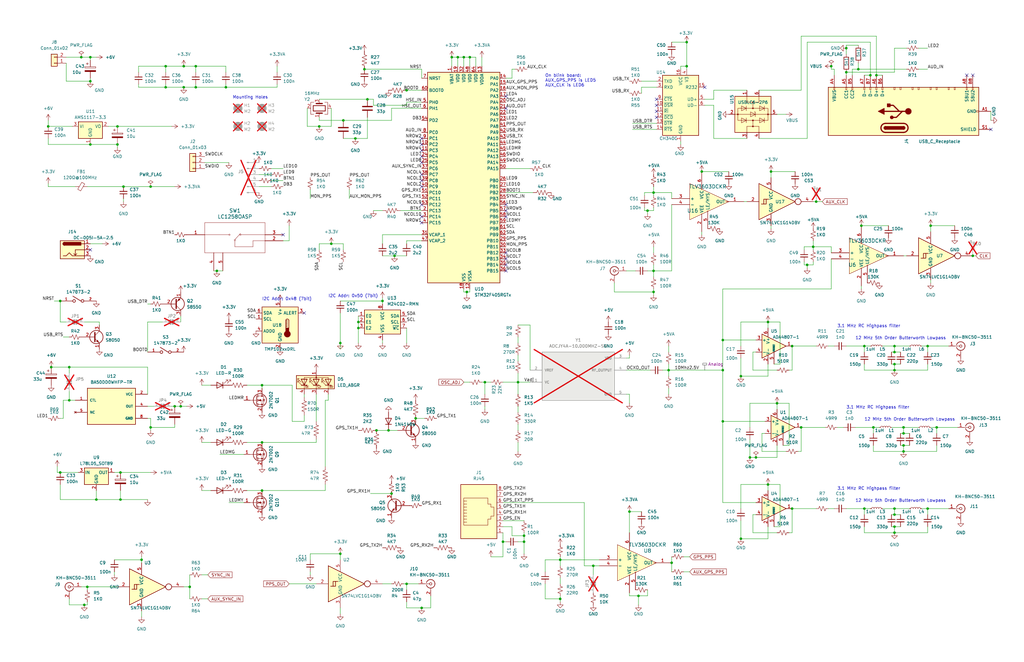
<source format=kicad_sch>
(kicad_sch (version 20230121) (generator eeschema)
  (paper "B")
  (title_block (title "Clock") (date "2023-12-09") (rev "V9.0") (company "Cullen Jennings"))
  (junction (at 151.13 135.89))
  (junction (at 220.98 226.06))
  (junction (at 77.47 27.94))
  (junction (at 392.43 95.25))
  (junction (at 377.19 222.25))
  (junction (at 275.59 81.28))
  (junction (at 151.13 138.43))
  (junction (at 391.16 214.63))
  (junction (at 49.53 60.96))
  (junction (at 38.1 34.29))
  (junction (at 377.19 156.21))
  (junction (at 323.85 204.47))
  (junction (at 165.1 208.28))
  (junction (at 193.04 24.13))
  (junction (at 154.94 41.91))
  (junction (at 337.82 180.34))
  (junction (at 361.95 29.21))
  (junction (at 76.2 171.45))
  (junction (at 144.78 50.8))
  (junction (at 171.45 38.1))
  (junction (at 220.98 228.6))
  (junction (at 149.86 58.42))
  (junction (at 356.87 30.48))
  (junction (at 139.7 102.87))
  (junction (at 381 180.34))
  (junction (at 273.05 88.9))
  (junction (at 29.21 154.94))
  (junction (at 73.66 171.45))
  (junction (at 110.49 207.01))
  (junction (at 153.67 29.21))
  (junction (at 318.77 193.04))
  (junction (at 69.85 36.83))
  (junction (at 340.36 111.76))
  (junction (at 312.42 158.75))
  (junction (at 63.5 78.74))
  (junction (at 91.44 114.3))
  (junction (at 134.62 53.34))
  (junction (at 77.47 36.83))
  (junction (at 143.51 144.78))
  (junction (at 364.49 146.05))
  (junction (at 377.19 153.67))
  (junction (at 304.8 177.8))
  (junction (at 69.85 27.94))
  (junction (at 21.59 154.94))
  (junction (at 367.03 31.75))
  (junction (at 316.23 193.04))
  (junction (at 50.8 210.82))
  (junction (at 381 190.5))
  (junction (at 369.57 31.75))
  (junction (at 218.44 161.29))
  (junction (at 377.19 146.05))
  (junction (at 275.59 123.19))
  (junction (at 212.09 228.6))
  (junction (at 410.21 107.95))
  (junction (at 59.69 236.22))
  (junction (at 236.22 236.22))
  (junction (at 377.19 224.79))
  (junction (at 40.64 210.82))
  (junction (at 368.3 180.34))
  (junction (at 381 182.88))
  (junction (at 175.26 176.53))
  (junction (at 334.01 214.63))
  (junction (at 82.55 27.94))
  (junction (at 350.52 27.94))
  (junction (at 82.55 36.83))
  (junction (at 25.4 127))
  (junction (at 342.9 104.14))
  (junction (at 204.47 161.29))
  (junction (at 265.43 215.9))
  (junction (at 250.19 238.76))
  (junction (at 143.51 233.68))
  (junction (at 304.8 143.51))
  (junction (at 377.19 217.17))
  (junction (at 364.49 214.63))
  (junction (at 283.21 237.49))
  (junction (at 20.32 53.34))
  (junction (at 25.4 199.39))
  (junction (at 312.42 227.33))
  (junction (at 95.25 36.83))
  (junction (at 377.19 214.63))
  (junction (at 49.53 53.34))
  (junction (at 163.83 181.61))
  (junction (at 63.5 180.34))
  (junction (at 295.91 72.39))
  (junction (at 80.01 247.65))
  (junction (at 323.85 135.89))
  (junction (at 289.56 17.78))
  (junction (at 289.56 27.94))
  (junction (at 195.58 24.13))
  (junction (at 394.97 180.34))
  (junction (at 110.49 162.56))
  (junction (at 38.1 24.13))
  (junction (at 325.12 72.39))
  (junction (at 381 187.96))
  (junction (at 377.19 148.59))
  (junction (at 275.59 114.3))
  (junction (at 34.29 24.13))
  (junction (at 50.8 199.39))
  (junction (at 198.12 24.13))
  (junction (at 52.07 78.74))
  (junction (at 190.5 24.13))
  (junction (at 344.17 85.09))
  (junction (at 269.24 251.46))
  (junction (at 110.49 186.69))
  (junction (at 29.21 168.91))
  (junction (at 236.22 252.73))
  (junction (at 158.75 181.61))
  (junction (at 356.87 20.32))
  (junction (at 281.94 156.21))
  (junction (at 363.22 95.25))
  (junction (at 166.37 107.95))
  (junction (at 161.29 127))
  (junction (at 327.66 170.18))
  (junction (at 196.85 123.19))
  (junction (at 304.8 156.21))
  (junction (at 177.8 256.54))
  (junction (at 391.16 146.05))
  (junction (at 38.1 60.96))
  (junction (at 35.56 255.27))
  (junction (at 36.83 247.65))
  (junction (at 334.01 146.05))
  (junction (at 171.45 246.38))
  (no_connect (at 417.83 54.61))
  (no_connect (at 213.36 114.3))
  (no_connect (at 213.36 45.72))
  (no_connect (at 213.36 109.22))
  (no_connect (at 213.36 86.36))
  (no_connect (at 128.27 132.08))
  (no_connect (at 38.1 105.41))
  (no_connect (at 213.36 91.44))
  (no_connect (at 410.21 31.75))
  (no_connect (at 276.86 44.45))
  (no_connect (at 177.8 66.04))
  (no_connect (at 213.36 88.9))
  (no_connect (at 119.38 99.06))
  (no_connect (at 213.36 106.68))
  (no_connect (at 177.8 76.2))
  (no_connect (at 177.8 58.42))
  (no_connect (at 177.8 68.58))
  (no_connect (at 213.36 111.76))
  (no_connect (at 297.18 36.83))
  (no_connect (at 177.8 93.98))
  (no_connect (at 177.8 86.36))
  (no_connect (at 276.86 41.91))
  (no_connect (at 177.8 63.5))
  (no_connect (at 407.67 31.75))
  (no_connect (at 213.36 40.64))
  (no_connect (at 276.86 46.99))
  (no_connect (at 276.86 49.53))
  (no_connect (at 177.8 78.74))
  (no_connect (at 177.8 73.66))
  (no_connect (at 177.8 60.96))
  (no_connect (at 177.8 91.44))
  (wire (pts (xy 22.86 127) (xy 25.4 127)))
  (wire (pts (xy 38.1 33.02) (xy 38.1 34.29)))
  (wire (pts (xy 58.42 27.94) (xy 69.85 27.94)))
  (wire (pts (xy 353.06 180.34) (xy 355.6 180.34)))
  (wire (pts (xy 171.45 38.1) (xy 170.18 38.1)))
  (wire (pts (xy 116.84 27.94) (xy 116.84 30.48)))
  (wire (pts (xy 275.59 81.28) (xy 283.21 81.28)))
  (wire (pts (xy 364.49 153.67) (xy 364.49 156.21)))
  (wire (pts (xy 48.26 236.22) (xy 59.69 236.22)))
  (wire (pts (xy 271.78 87.63) (xy 271.78 88.9)))
  (wire (pts (xy 281.94 153.67) (xy 281.94 156.21)))
  (wire (pts (xy 283.21 234.95) (xy 283.21 237.49)))
  (wire (pts (xy 161.29 127) (xy 161.29 128.27)))
  (wire (pts (xy 203.2 24.13) (xy 203.2 27.94)))
  (wire (pts (xy 95.25 27.94) (xy 82.55 27.94)))
  (wire (pts (xy 323.85 158.75) (xy 323.85 153.67)))
  (wire (pts (xy 26.67 176.53) (xy 26.67 168.91)))
  (wire (pts (xy 356.87 214.63) (xy 364.49 214.63)))
  (wire (pts (xy 165.1 45.72) (xy 177.8 45.72)))
  (wire (pts (xy 45.72 53.34) (xy 49.53 53.34)))
  (wire (pts (xy 49.53 60.96) (xy 49.53 62.23)))
  (wire (pts (xy 273.05 251.46) (xy 273.05 248.92)))
  (wire (pts (xy 325.12 72.39) (xy 335.28 72.39)))
  (wire (pts (xy 128.27 175.26) (xy 128.27 177.8)))
  (wire (pts (xy 265.43 251.46) (xy 269.24 251.46)))
  (wire (pts (xy 171.45 138.43) (xy 171.45 144.78)))
  (wire (pts (xy 391.16 146.05) (xy 400.05 146.05)))
  (wire (pts (xy 323.85 135.89) (xy 323.85 138.43)))
  (wire (pts (xy 342.9 110.49) (xy 342.9 111.76)))
  (wire (pts (xy 129.54 53.34) (xy 134.62 53.34)))
  (wire (pts (xy 275.59 114.3) (xy 283.21 114.3)))
  (wire (pts (xy 69.85 27.94) (xy 77.47 27.94)))
  (wire (pts (xy 27.94 34.29) (xy 38.1 34.29)))
  (wire (pts (xy 207.01 234.95) (xy 212.09 234.95)))
  (wire (pts (xy 104.14 207.01) (xy 110.49 207.01)))
  (wire (pts (xy 212.09 228.6) (xy 212.09 224.79)))
  (wire (pts (xy 133.35 186.69) (xy 110.49 186.69)))
  (wire (pts (xy 379.73 187.96) (xy 381 187.96)))
  (wire (pts (xy 236.22 243.84) (xy 236.22 246.38)))
  (wire (pts (xy 379.73 153.67) (xy 377.19 153.67)))
  (wire (pts (xy 332.74 224.79) (xy 334.01 224.79)))
  (wire (pts (xy 316.23 170.18) (xy 327.66 170.18)))
  (wire (pts (xy 342.9 104.14) (xy 350.52 104.14)))
  (wire (pts (xy 138.43 166.37) (xy 138.43 168.91)))
  (wire (pts (xy 340.36 111.76) (xy 342.9 111.76)))
  (wire (pts (xy 304.8 156.21) (xy 304.8 177.8)))
  (wire (pts (xy 49.53 53.34) (xy 72.39 53.34)))
  (wire (pts (xy 295.91 97.79) (xy 295.91 99.06)))
  (wire (pts (xy 339.09 104.14) (xy 342.9 104.14)))
  (wire (pts (xy 95.25 30.48) (xy 95.25 27.94)))
  (wire (pts (xy 121.92 246.38) (xy 133.35 246.38)))
  (wire (pts (xy 25.4 135.89) (xy 25.4 127)))
  (wire (pts (xy 85.09 207.01) (xy 88.9 207.01)))
  (wire (pts (xy 29.21 255.27) (xy 35.56 255.27)))
  (wire (pts (xy 143.51 233.68) (xy 143.51 236.22)))
  (wire (pts (xy 212.09 161.29) (xy 218.44 161.29)))
  (wire (pts (xy 344.17 85.09) (xy 346.71 85.09)))
  (wire (pts (xy 276.86 54.61) (xy 266.7 54.61)))
  (wire (pts (xy 417.83 50.8) (xy 417.83 46.99)))
  (wire (pts (xy 334.01 146.05) (xy 344.17 146.05)))
  (wire (pts (xy 275.59 111.76) (xy 275.59 114.3)))
  (wire (pts (xy 325.12 72.39) (xy 325.12 74.93)))
  (wire (pts (xy 377.19 153.67) (xy 377.19 156.21)))
  (wire (pts (xy 337.82 190.5) (xy 337.82 180.34)))
  (wire (pts (xy 215.9 33.02) (xy 215.9 29.21)))
  (wire (pts (xy 312.42 146.05) (xy 312.42 135.89)))
  (wire (pts (xy 171.45 254) (xy 171.45 256.54)))
  (wire (pts (xy 281.94 156.21) (xy 304.8 156.21)))
  (wire (pts (xy 85.09 242.57) (xy 87.63 242.57)))
  (wire (pts (xy 109.22 73.66) (xy 114.3 73.66)))
  (wire (pts (xy 220.98 226.06) (xy 220.98 228.6)))
  (wire (pts (xy 300.99 41.91) (xy 297.18 41.91)))
  (wire (pts (xy 220.98 224.79) (xy 220.98 226.06)))
  (wire (pts (xy 370.84 180.34) (xy 368.3 180.34)))
  (wire (pts (xy 143.51 127) (xy 161.29 127)))
  (wire (pts (xy 387.35 29.21) (xy 391.16 29.21)))
  (wire (pts (xy 350.52 109.22) (xy 350.52 121.92)))
  (wire (pts (xy 181.61 256.54) (xy 177.8 256.54)))
  (wire (pts (xy 134.62 41.91) (xy 154.94 41.91)))
  (wire (pts (xy 153.67 29.21) (xy 177.8 29.21)))
  (wire (pts (xy 279.4 156.21) (xy 281.94 156.21)))
  (wire (pts (xy 304.8 177.8) (xy 322.58 177.8)))
  (wire (pts (xy 171.45 44.45) (xy 171.45 43.18)))
  (wire (pts (xy 165.1 45.72) (xy 165.1 50.8)))
  (wire (pts (xy 271.78 81.28) (xy 275.59 81.28)))
  (wire (pts (xy 110.49 162.56) (xy 110.49 163.83)))
  (wire (pts (xy 50.8 199.39) (xy 63.5 199.39)))
  (wire (pts (xy 26.67 176.53) (xy 25.4 176.53)))
  (wire (pts (xy 27.94 26.67) (xy 27.94 34.29)))
  (wire (pts (xy 295.91 72.39) (xy 307.34 72.39)))
  (wire (pts (xy 58.42 36.83) (xy 69.85 36.83)))
  (wire (pts (xy 273.05 114.3) (xy 275.59 114.3)))
  (wire (pts (xy 394.97 180.34) (xy 394.97 182.88)))
  (wire (pts (xy 147.32 80.01) (xy 147.32 83.82)))
  (wire (pts (xy 177.8 101.6) (xy 171.45 101.6)))
  (wire (pts (xy 165.1 50.8) (xy 144.78 50.8)))
  (wire (pts (xy 289.56 27.94) (xy 287.02 27.94)))
  (wire (pts (xy 379.73 182.88) (xy 381 182.88)))
  (wire (pts (xy 25.4 199.39) (xy 24.13 199.39)))
  (wire (pts (xy 394.97 187.96) (xy 394.97 190.5)))
  (wire (pts (xy 161.29 99.06) (xy 177.8 99.06)))
  (wire (pts (xy 236.22 252.73) (xy 236.22 254)))
  (wire (pts (xy 52.07 83.82) (xy 52.07 85.09)))
  (wire (pts (xy 312.42 158.75) (xy 323.85 158.75)))
  (wire (pts (xy 326.39 222.25) (xy 328.93 222.25)))
  (wire (pts (xy 381 107.95) (xy 382.27 107.95)))
  (wire (pts (xy 218.44 171.45) (xy 218.44 173.99)))
  (wire (pts (xy 196.85 124.46) (xy 196.85 123.19)))
  (wire (pts (xy 63.5 181.61) (xy 63.5 180.34)))
  (wire (pts (xy 154.94 49.53) (xy 154.94 58.42)))
  (wire (pts (xy 321.31 182.88) (xy 322.58 182.88)))
  (wire (pts (xy 198.12 24.13) (xy 200.66 24.13)))
  (wire (pts (xy 36.83 78.74) (xy 52.07 78.74)))
  (wire (pts (xy 275.59 78.74) (xy 275.59 81.28)))
  (wire (pts (xy 368.3 180.34) (xy 368.3 182.88)))
  (wire (pts (xy 363.22 120.65) (xy 363.22 121.92)))
  (wire (pts (xy 129.54 45.72) (xy 129.54 53.34)))
  (wire (pts (xy 327.66 156.21) (xy 317.5 156.21)))
  (wire (pts (xy 275.59 87.63) (xy 275.59 88.9)))
  (wire (pts (xy 270.51 34.29) (xy 276.86 34.29)))
  (wire (pts (xy 270.51 36.83) (xy 270.51 39.37)))
  (wire (pts (xy 34.29 247.65) (xy 36.83 247.65)))
  (wire (pts (xy 198.12 121.92) (xy 198.12 123.19)))
  (wire (pts (xy 85.09 252.73) (xy 87.63 252.73)))
  (wire (pts (xy 350.52 27.94) (xy 350.52 29.21)))
  (wire (pts (xy 246.38 238.76) (xy 246.38 212.09)))
  (wire (pts (xy 356.87 22.86) (xy 356.87 20.32)))
  (wire (pts (xy 195.58 161.29) (xy 198.12 161.29)))
  (wire (pts (xy 300.99 38.1) (xy 300.99 41.91)))
  (wire (pts (xy 27.94 135.89) (xy 25.4 135.89)))
  (wire (pts (xy 276.86 52.07) (xy 266.7 52.07)))
  (wire (pts (xy 161.29 246.38) (xy 165.1 246.38)))
  (wire (pts (xy 265.43 170.18) (xy 265.43 166.37)))
  (wire (pts (xy 377.19 222.25) (xy 377.19 224.79)))
  (wire (pts (xy 41.91 135.89) (xy 41.91 137.16)))
  (wire (pts (xy 130.81 233.68) (xy 143.51 233.68)))
  (wire (pts (xy 229.87 241.3) (xy 229.87 236.22)))
  (wire (pts (xy 316.23 185.42) (xy 316.23 193.04)))
  (wire (pts (xy 204.47 161.29) (xy 204.47 166.37)))
  (wire (pts (xy 269.24 251.46) (xy 269.24 255.27)))
  (wire (pts (xy 356.87 19.05) (xy 356.87 20.32)))
  (wire (pts (xy 76.2 171.45) (xy 78.74 171.45)))
  (wire (pts (xy 327.66 193.04) (xy 327.66 187.96)))
  (wire (pts (xy 364.49 224.79) (xy 377.19 224.79)))
  (wire (pts (xy 321.31 190.5) (xy 321.31 182.88)))
  (wire (pts (xy 121.92 95.25) (xy 121.92 101.6)))
  (wire (pts (xy 410.21 107.95) (xy 411.48 107.95)))
  (wire (pts (xy 265.43 149.86) (xy 265.43 151.13)))
  (wire (pts (xy 340.36 58.42) (xy 340.36 17.78)))
  (wire (pts (xy 171.45 101.6) (xy 171.45 102.87)))
  (wire (pts (xy 218.44 228.6) (xy 220.98 228.6)))
  (wire (pts (xy 151.13 138.43) (xy 151.13 144.78)))
  (wire (pts (xy 337.82 38.1) (xy 337.82 15.24)))
  (wire (pts (xy 36.83 247.65) (xy 36.83 248.92)))
  (wire (pts (xy 92.71 191.77) (xy 102.87 191.77)))
  (wire (pts (xy 316.23 193.04) (xy 318.77 193.04)))
  (wire (pts (xy 215.9 222.25) (xy 215.9 226.06)))
  (wire (pts (xy 154.94 41.91) (xy 157.48 41.91)))
  (wire (pts (xy 391.16 156.21) (xy 377.19 156.21)))
  (wire (pts (xy 168.91 88.9) (xy 177.8 88.9)))
  (wire (pts (xy 134.62 50.8) (xy 144.78 50.8)))
  (wire (pts (xy 312.42 135.89) (xy 323.85 135.89)))
  (wire (pts (xy 334.01 224.79) (xy 334.01 214.63)))
  (wire (pts (xy 275.59 123.19) (xy 275.59 124.46)))
  (wire (pts (xy 377.19 146.05) (xy 377.19 148.59)))
  (wire (pts (xy 229.87 246.38) (xy 229.87 252.73)))
  (wire (pts (xy 281.94 163.83) (xy 281.94 166.37)))
  (wire (pts (xy 134.62 102.87) (xy 139.7 102.87)))
  (wire (pts (xy 177.8 33.02) (xy 177.8 29.21)))
  (wire (pts (xy 317.5 224.79) (xy 317.5 217.17)))
  (wire (pts (xy 218.44 157.48) (xy 218.44 161.29)))
  (wire (pts (xy 29.21 154.94) (xy 62.23 154.94)))
  (wire (pts (xy 29.21 154.94) (xy 29.21 157.48)))
  (wire (pts (xy 48.26 199.39) (xy 50.8 199.39)))
  (wire (pts (xy 391.16 224.79) (xy 377.19 224.79)))
  (wire (pts (xy 377.19 30.48) (xy 356.87 30.48)))
  (wire (pts (xy 52.07 78.74) (xy 63.5 78.74)))
  (wire (pts (xy 259.08 119.38) (xy 259.08 123.19)))
  (wire (pts (xy 265.43 151.13) (xy 264.16 151.13)))
  (wire (pts (xy 229.87 252.73) (xy 236.22 252.73)))
  (wire (pts (xy 328.93 222.25) (xy 328.93 204.47)))
  (wire (pts (xy 62.23 135.89) (xy 62.23 148.59)))
  (wire (pts (xy 391.16 222.25) (xy 391.16 224.79)))
  (wire (pts (xy 20.32 53.34) (xy 30.48 53.34)))
  (wire (pts (xy 130.81 241.3) (xy 130.81 242.57)))
  (wire (pts (xy 213.36 81.28) (xy 224.79 81.28)))
  (wire (pts (xy 190.5 24.13) (xy 193.04 24.13)))
  (wire (pts (xy 349.25 214.63) (xy 351.79 214.63)))
  (wire (pts (xy 158.75 181.61) (xy 163.83 181.61)))
  (wire (pts (xy 215.9 29.21) (xy 217.17 29.21)))
  (wire (pts (xy 38.1 102.87) (xy 43.18 102.87)))
  (wire (pts (xy 375.92 180.34) (xy 381 180.34)))
  (wire (pts (xy 337.82 15.24) (xy 369.57 15.24)))
  (wire (pts (xy 76.2 133.35) (xy 76.2 135.89)))
  (wire (pts (xy 252.73 238.76) (xy 250.19 238.76)))
  (wire (pts (xy 342.9 85.09) (xy 344.17 85.09)))
  (wire (pts (xy 26.67 142.24) (xy 29.21 142.24)))
  (wire (pts (xy 130.81 236.22) (xy 130.81 233.68)))
  (wire (pts (xy 69.85 35.56) (xy 69.85 36.83)))
  (wire (pts (xy 383.54 187.96) (xy 381 187.96)))
  (wire (pts (xy 381 180.34) (xy 381 182.88)))
  (wire (pts (xy 175.26 176.53) (xy 179.07 176.53)))
  (wire (pts (xy 123.19 177.8) (xy 123.19 162.56)))
  (wire (pts (xy 198.12 123.19) (xy 196.85 123.19)))
  (wire (pts (xy 351.79 29.21) (xy 351.79 31.75)))
  (wire (pts (xy 317.5 156.21) (xy 317.5 148.59)))
  (wire (pts (xy 312.42 214.63) (xy 312.42 204.47)))
  (wire (pts (xy 90.17 114.3) (xy 91.44 114.3)))
  (wire (pts (xy 196.85 123.19) (xy 195.58 123.19)))
  (wire (pts (xy 73.66 180.34) (xy 73.66 179.07)))
  (wire (pts (xy 265.43 166.37) (xy 264.16 166.37)))
  (wire (pts (xy 35.56 135.89) (xy 41.91 135.89)))
  (wire (pts (xy 367.03 146.05) (xy 364.49 146.05)))
  (wire (pts (xy 218.44 161.29) (xy 223.52 161.29)))
  (wire (pts (xy 36.83 255.27) (xy 35.56 255.27)))
  (wire (pts (xy 391.16 153.67) (xy 391.16 156.21)))
  (wire (pts (xy 313.69 85.09) (xy 314.96 85.09)))
  (wire (pts (xy 331.47 190.5) (xy 321.31 190.5)))
  (wire (pts (xy 143.51 144.78) (xy 143.51 132.08)))
  (wire (pts (xy 391.16 146.05) (xy 391.16 148.59)))
  (wire (pts (xy 25.4 210.82) (xy 40.64 210.82)))
  (wire (pts (xy 283.21 81.28) (xy 283.21 83.82)))
  (wire (pts (xy 326.39 153.67) (xy 328.93 153.67)))
  (wire (pts (xy 34.29 24.13) (xy 38.1 24.13)))
  (wire (pts (xy 220.98 228.6) (xy 220.98 233.68)))
  (wire (pts (xy 372.11 214.63) (xy 377.19 214.63)))
  (wire (pts (xy 223.52 156.21) (xy 223.52 137.16)))
  (wire (pts (xy 69.85 36.83) (xy 77.47 36.83)))
  (wire (pts (xy 318.77 212.09) (xy 304.8 212.09)))
  (wire (pts (xy 317.5 217.17) (xy 318.77 217.17)))
  (wire (pts (xy 59.69 257.81) (xy 59.69 260.35)))
  (wire (pts (xy 392.43 95.25) (xy 392.43 97.79)))
  (wire (pts (xy 317.5 148.59) (xy 318.77 148.59)))
  (wire (pts (xy 271.78 82.55) (xy 271.78 81.28)))
  (wire (pts (xy 328.93 153.67) (xy 328.93 135.89)))
  (wire (pts (xy 337.82 180.34) (xy 347.98 180.34)))
  (wire (pts (xy 134.62 53.34) (xy 139.7 53.34)))
  (wire (pts (xy 289.56 17.78) (xy 289.56 27.94)))
  (wire (pts (xy 392.43 118.11) (xy 392.43 119.38)))
  (wire (pts (xy 38.1 24.13) (xy 38.1 25.4)))
  (wire (pts (xy 359.41 29.21) (xy 359.41 31.75)))
  (wire (pts (xy 312.42 219.71) (xy 312.42 227.33)))
  (wire (pts (xy 320.04 38.1) (xy 337.82 38.1)))
  (wire (pts (xy 369.57 15.24) (xy 369.57 31.75)))
  (wire (pts (xy 161.29 125.73) (xy 161.29 127)))
  (wire (pts (xy 273.05 88.9) (xy 271.78 88.9)))
  (wire (pts (xy 327.66 48.26) (xy 331.47 48.26)))
  (wire (pts (xy 134.62 105.41) (xy 134.62 102.87)))
  (wire (pts (xy 85.09 162.56) (xy 88.9 162.56)))
  (wire (pts (xy 283.21 237.49) (xy 283.21 241.3)))
  (wire (pts (xy 364.49 156.21) (xy 377.19 156.21)))
  (wire (pts (xy 281.94 146.05) (xy 281.94 148.59)))
  (wire (pts (xy 368.3 187.96) (xy 368.3 190.5)))
  (wire (pts (xy 323.85 204.47) (xy 323.85 207.01)))
  (wire (pts (xy 388.62 146.05) (xy 391.16 146.05)))
  (wire (pts (xy 340.36 111.76) (xy 339.09 111.76)))
  (wire (pts (xy 82.55 27.94) (xy 82.55 30.48)))
  (wire (pts (xy 114.3 76.2) (xy 119.38 76.2)))
  (wire (pts (xy 77.47 247.65) (xy 80.01 247.65)))
  (wire (pts (xy 95.25 35.56) (xy 95.25 36.83)))
  (wire (pts (xy 312.42 227.33) (xy 323.85 227.33)))
  (wire (pts (xy 59.69 234.95) (xy 59.69 236.22)))
  (wire (pts (xy 63.5 176.53) (xy 63.5 180.34)))
  (wire (pts (xy 388.62 214.63) (xy 391.16 214.63)))
  (wire (pts (xy 26.67 168.91) (xy 29.21 168.91)))
  (wire (pts (xy 68.58 135.89) (xy 62.23 135.89)))
  (wire (pts (xy 283.21 86.36) (xy 283.21 114.3)))
  (wire (pts (xy 73.66 171.45) (xy 76.2 171.45)))
  (wire (pts (xy 265.43 215.9) (xy 270.51 215.9)))
  (wire (pts (xy 40.64 207.01) (xy 40.64 210.82)))
  (wire (pts (xy 20.32 78.74) (xy 31.75 78.74)))
  (wire (pts (xy 218.44 186.69) (xy 218.44 190.5)))
  (wire (pts (xy 25.4 199.39) (xy 33.02 199.39)))
  (wire (pts (xy 349.25 146.05) (xy 351.79 146.05)))
  (wire (pts (xy 320.04 58.42) (xy 340.36 58.42)))
  (wire (pts (xy 137.16 204.47) (xy 137.16 207.01)))
  (wire (pts (xy 391.16 214.63) (xy 400.05 214.63)))
  (wire (pts (xy 59.69 236.22) (xy 59.69 237.49)))
  (wire (pts (xy 356.87 30.48) (xy 356.87 31.75)))
  (wire (pts (xy 340.36 17.78) (xy 367.03 17.78)))
  (wire (pts (xy 363.22 95.25) (xy 374.65 95.25)))
  (wire (pts (xy 367.03 17.78) (xy 367.03 31.75)))
  (wire (pts (xy 304.8 121.92) (xy 304.8 143.51)))
  (wire (pts (xy 121.92 101.6) (xy 119.38 101.6)))
  (wire (pts (xy 356.87 146.05) (xy 364.49 146.05)))
  (wire (pts (xy 212.09 222.25) (xy 215.9 222.25)))
  (wire (pts (xy 236.22 251.46) (xy 236.22 252.73)))
  (wire (pts (xy 275.59 82.55) (xy 275.59 81.28)))
  (wire (pts (xy 85.09 186.69) (xy 88.9 186.69)))
  (wire (pts (xy 394.97 190.5) (xy 381 190.5)))
  (wire (pts (xy 80.01 247.65) (xy 80.01 252.73)))
  (wire (pts (xy 20.32 50.8) (xy 20.32 53.34)))
  (wire (pts (xy 29.21 165.1) (xy 29.21 168.91)))
  (wire (pts (xy 195.58 123.19) (xy 195.58 121.92)))
  (wire (pts (xy 116.84 35.56) (xy 116.84 36.83)))
  (wire (pts (xy 332.74 156.21) (xy 334.01 156.21)))
  (wire (pts (xy 36.83 247.65) (xy 49.53 247.65)))
  (wire (pts (xy 391.16 214.63) (xy 391.16 217.17)))
  (wire (pts (xy 62.23 128.27) (xy 63.5 128.27)))
  (wire (pts (xy 69.85 27.94) (xy 69.85 30.48)))
  (wire (pts (xy 361.95 19.05) (xy 356.87 19.05)))
  (wire (pts (xy 273.05 88.9) (xy 275.59 88.9)))
  (wire (pts (xy 330.2 187.96) (xy 332.74 187.96)))
  (wire (pts (xy 250.19 238.76) (xy 250.19 242.57)))
  (wire (pts (xy 63.5 176.53) (xy 62.23 176.53)))
  (wire (pts (xy 144.78 102.87) (xy 139.7 102.87)))
  (wire (pts (xy 394.97 180.34) (xy 403.86 180.34)))
  (wire (pts (xy 381 187.96) (xy 381 190.5)))
  (wire (pts (xy 204.47 161.29) (xy 207.01 161.29)))
  (wire (pts (xy 304.8 143.51) (xy 318.77 143.51)))
  (wire (pts (xy 318.77 193.04) (xy 327.66 193.04)))
  (wire (pts (xy 25.4 204.47) (xy 25.4 210.82)))
  (wire (pts (xy 50.8 207.01) (xy 50.8 210.82)))
  (wire (pts (xy 63.5 78.74) (xy 73.66 78.74)))
  (wire (pts (xy 334.01 214.63) (xy 344.17 214.63)))
  (wire (pts (xy 223.52 137.16) (xy 218.44 137.16)))
  (wire (pts (xy 379.73 222.25) (xy 377.19 222.25)))
  (wire (pts (xy 50.8 210.82) (xy 40.64 210.82)))
  (wire (pts (xy 110.49 162.56) (xy 123.19 162.56)))
  (wire (pts (xy 297.18 44.45) (xy 300.99 44.45)))
  (wire (pts (xy 350.52 29.21) (xy 351.79 29.21)))
  (wire (pts (xy 104.14 162.56) (xy 110.49 162.56)))
  (wire (pts (xy 151.13 135.89) (xy 151.13 138.43)))
  (wire (pts (xy 163.83 181.61) (xy 167.64 181.61)))
  (wire (pts (xy 20.32 58.42) (xy 20.32 60.96)))
  (wire (pts (xy 325.12 95.25) (xy 325.12 96.52)))
  (wire (pts (xy 264.16 156.21) (xy 274.32 156.21)))
  (wire (pts (xy 377.19 214.63) (xy 383.54 214.63)))
  (wire (pts (xy 213.36 33.02) (xy 215.9 33.02)))
  (wire (pts (xy 269.24 251.46) (xy 273.05 251.46)))
  (wire (pts (xy 387.35 20.32) (xy 391.16 20.32)))
  (wire (pts (xy 236.22 236.22) (xy 236.22 238.76)))
  (wire (pts (xy 143.51 256.54) (xy 143.51 259.08)))
  (wire (pts (xy 372.11 146.05) (xy 377.19 146.05)))
  (wire (pts (xy 193.04 24.13) (xy 193.04 27.94)))
  (wire (pts (xy 171.45 43.18) (xy 177.8 43.18)))
  (wire (pts (xy 364.49 214.63) (xy 364.49 217.17)))
  (wire (pts (xy 289.56 17.78) (xy 283.21 17.78)))
  (wire (pts (xy 72.39 171.45) (xy 73.66 171.45)))
  (wire (pts (xy 133.35 185.42) (xy 133.35 186.69)))
  (wire (pts (xy 212.09 219.71) (xy 220.98 219.71)))
  (wire (pts (xy 273.05 88.9) (xy 273.05 90.17)))
  (wire (pts (xy 392.43 180.34) (xy 394.97 180.34)))
  (wire (pts (xy 334.01 156.21) (xy 334.01 146.05)))
  (wire (pts (xy 336.55 190.5) (xy 337.82 190.5)))
  (wire (pts (xy 377.19 20.32) (xy 377.19 30.48)))
  (wire (pts (xy 367.03 214.63) (xy 364.49 214.63)))
  (wire (pts (xy 361.95 29.21) (xy 359.41 29.21)))
  (wire (pts (xy 316.23 180.34) (xy 316.23 170.18)))
  (wire (pts (xy 143.51 147.32) (xy 143.51 144.78)))
  (wire (pts (xy 275.59 121.92) (xy 275.59 123.19)))
  (wire (pts (xy 171.45 246.38) (xy 171.45 248.92)))
  (wire (pts (xy 218.44 142.24) (xy 218.44 144.78)))
  (wire (pts (xy 161.29 143.51) (xy 161.29 144.78)))
  (wire (pts (xy 314.96 38.1) (xy 300.99 38.1)))
  (wire (pts (xy 364.49 222.25) (xy 364.49 224.79)))
  (wire (pts (xy 38.1 60.96) (xy 49.53 60.96)))
  (wire (pts (xy 218.44 161.29) (xy 218.44 166.37)))
  (wire (pts (xy 339.09 105.41) (xy 339.09 104.14)))
  (wire (pts (xy 250.19 238.76) (xy 246.38 238.76)))
  (wire (pts (xy 287.02 27.94) (xy 287.02 29.21)))
  (wire (pts (xy 360.68 180.34) (xy 368.3 180.34)))
  (wire (pts (xy 212.09 234.95) (xy 212.09 228.6)))
  (wire (pts (xy 392.43 95.25) (xy 402.59 95.25)))
  (wire (pts (xy 203.2 161.29) (xy 204.47 161.29)))
  (wire (pts (xy 161.29 107.95) (xy 166.37 107.95)))
  (wire (pts (xy 161.29 88.9) (xy 157.48 88.9)))
  (wire (pts (xy 367.03 31.75) (xy 364.49 31.75)))
  (wire (pts (xy 304.8 121.92) (xy 350.52 121.92)))
  (wire (pts (xy 144.78 58.42) (xy 149.86 58.42)))
  (wire (pts (xy 48.26 241.3) (xy 48.26 242.57)))
  (wire (pts (xy 86.36 68.58) (xy 96.52 68.58)))
  (wire (pts (xy 328.93 135.89) (xy 323.85 135.89)))
  (wire (pts (xy 220.98 226.06) (xy 215.9 226.06)))
  (wire (pts (xy 259.08 123.19) (xy 275.59 123.19)))
  (wire (pts (xy 134.62 49.53) (xy 134.62 50.8)))
  (wire (pts (xy 276.86 36.83) (xy 270.51 36.83)))
  (wire (pts (xy 323.85 227.33) (xy 323.85 222.25)))
  (wire (pts (xy 332.74 187.96) (xy 332.74 170.18)))
  (wire (pts (xy 265.43 215.9) (xy 265.43 224.79)))
  (wire (pts (xy 300.99 44.45) (xy 300.99 58.42)))
  (wire (pts (xy 281.94 156.21) (xy 281.94 158.75)))
  (wire (pts (xy 198.12 24.13) (xy 198.12 27.94)))
  (wire (pts (xy 157.48 41.91) (xy 157.48 44.45)))
  (wire (pts (xy 80.01 242.57) (xy 80.01 247.65)))
  (wire (pts (xy 171.45 38.1) (xy 177.8 38.1)))
  (wire (pts (xy 312.42 151.13) (xy 312.42 158.75)))
  (wire (pts (xy 24.13 196.85) (xy 24.13 199.39)))
  (wire (pts (xy 137.16 207.01) (xy 110.49 207.01)))
  (wire (pts (xy 114.3 71.12) (xy 119.38 71.12)))
  (wire (pts (xy 138.43 168.91) (xy 137.16 168.91)))
  (wire (pts (xy 377.19 217.17) (xy 379.73 217.17)))
  (wire (pts (xy 368.3 190.5) (xy 381 190.5)))
  (wire (pts (xy 218.44 179.07) (xy 218.44 181.61)))
  (wire (pts (xy 287.02 59.69) (xy 287.02 60.96)))
  (wire (pts (xy 130.81 80.01) (xy 130.81 83.82)))
  (wire (pts (xy 166.37 107.95) (xy 171.45 107.95)))
  (wire (pts (xy 375.92 222.25) (xy 377.19 222.25)))
  (wire (pts (xy 77.47 36.83) (xy 82.55 36.83)))
  (wire (pts (xy 62.23 171.45) (xy 64.77 171.45)))
  (wire (pts (xy 304.8 156.21) (xy 304.8 143.51)))
  (wire (pts (xy 109.22 78.74) (xy 114.3 78.74)))
  (wire (pts (xy 375.92 153.67) (xy 377.19 153.67)))
  (wire (pts (xy 377.19 148.59) (xy 379.73 148.59)))
  (wire (pts (xy 27.94 24.13) (xy 34.29 24.13)))
  (wire (pts (xy 177.8 256.54) (xy 171.45 256.54)))
  (wire (pts (xy 63.5 180.34) (xy 73.66 180.34)))
  (wire (pts (xy 275.59 114.3) (xy 275.59 116.84)))
  (wire (pts (xy 96.52 212.09) (xy 102.87 212.09)))
  (wire (pts (xy 21.59 154.94) (xy 29.21 154.94)))
  (wire (pts (xy 212.09 212.09) (xy 246.38 212.09)))
  (wire (pts (xy 312.42 204.47) (xy 323.85 204.47)))
  (wire (pts (xy 364.49 146.05) (xy 364.49 148.59)))
  (wire (pts (xy 236.22 236.22) (xy 252.73 236.22)))
  (wire (pts (xy 361.95 26.67) (xy 361.95 29.21)))
  (wire (pts (xy 82.55 27.94) (xy 77.47 27.94)))
  (wire (pts (xy 350.52 104.14) (xy 350.52 106.68)))
  (wire (pts (xy 382.27 20.32) (xy 377.19 20.32)))
  (wire (pts (xy 372.11 31.75) (xy 369.57 31.75)))
  (wire (pts (xy 40.64 24.13) (xy 38.1 24.13)))
  (wire (pts (xy 190.5 24.13) (xy 190.5 27.94)))
  (wire (pts (xy 229.87 236.22) (xy 236.22 236.22)))
  (wire (pts (xy 213.36 71.12) (xy 223.52 71.12)))
  (wire (pts (xy 218.44 149.86) (xy 218.44 152.4)))
  (wire (pts (xy 327.66 224.79) (xy 317.5 224.79)))
  (wire (pts (xy 193.04 24.13) (xy 195.58 24.13)))
  (wire (pts (xy 236.22 234.95) (xy 236.22 236.22)))
  (wire (pts (xy 340.36 111.76) (xy 340.36 113.03)))
  (wire (pts (xy 133.35 166.37) (xy 133.35 177.8)))
  (wire (pts (xy 36.83 254) (xy 36.83 255.27)))
  (wire (pts (xy 165.1 208.28) (xy 156.21 208.28)))
  (wire (pts (xy 288.29 234.95) (xy 290.83 234.95)))
  (wire (pts (xy 375.92 217.17) (xy 377.19 217.17)))
  (wire (pts (xy 304.8 212.09) (xy 304.8 177.8)))
  (wire (pts (xy 342.9 105.41) (xy 342.9 104.14)))
  (wire (pts (xy 377.19 214.63) (xy 377.19 217.17)))
  (wire (pts (xy 137.16 168.91) (xy 137.16 196.85)))
  (wire (pts (xy 264.16 114.3) (xy 267.97 114.3)))
  (wire (pts (xy 327.66 170.18) (xy 327.66 172.72)))
  (wire (pts (xy 144.78 105.41) (xy 144.78 102.87)))
  (wire (pts (xy 377.19 146.05) (xy 383.54 146.05)))
  (wire (pts (xy 381 182.88) (xy 383.54 182.88)))
  (wire (pts (xy 139.7 45.72) (xy 139.7 53.34)))
  (wire (pts (xy 29.21 252.73) (xy 29.21 255.27)))
  (wire (pts (xy 171.45 246.38) (xy 176.53 246.38)))
  (wire (pts (xy 62.23 154.94) (xy 62.23 166.37)))
  (wire (pts (xy 361.95 29.21) (xy 382.27 29.21)))
  (wire (pts (xy 128.27 177.8) (xy 123.19 177.8)))
  (wire (pts (xy 58.42 30.48) (xy 58.42 27.94)))
  (wire (pts (xy 289.56 27.94) (xy 289.56 29.21)))
  (wire (pts (xy 288.29 241.3) (xy 290.83 241.3)))
  (wire (pts (xy 128.27 166.37) (xy 128.27 167.64)))
  (wire (pts (xy 381 180.34) (xy 387.35 180.34)))
  (wire (pts (xy 151.13 133.35) (xy 151.13 135.89)))
  (wire (pts (xy 212.09 228.6) (xy 213.36 228.6)))
  (wire (pts (xy 29.21 168.91) (xy 31.75 168.91)))
  (wire (pts (xy 204.47 171.45) (xy 204.47 172.72)))
  (wire (pts (xy 300.99 58.42) (xy 314.96 58.42)))
  (wire (pts (xy 170.18 246.38) (xy 171.45 246.38)))
  (wire (pts (xy 157.48 44.45) (xy 171.45 44.45)))
  (wire (pts (xy 375.92 148.59) (xy 377.19 148.59)))
  (wire (pts (xy 339.09 110.49) (xy 339.09 111.76)))
  (wire (pts (xy 328.93 204.47) (xy 323.85 204.47)))
  (wire (pts (xy 332.74 170.18) (xy 327.66 170.18)))
  (wire (pts (xy 58.42 35.56) (xy 58.42 36.83)))
  (wire (pts (xy 275.59 104.14) (xy 275.59 106.68)))
  (wire (pts (xy 195.58 24.13) (xy 195.58 27.94)))
  (wire (pts (xy 20.32 77.47) (xy 20.32 78.74)))
  (wire (pts (xy 91.44 114.3) (xy 93.98 114.3)))
  (wire (pts (xy 342.9 101.6) (xy 342.9 104.14)))
  (wire (pts (xy 104.14 186.69) (xy 110.49 186.69)))
  (wire (pts (xy 265.43 250.19) (xy 265.43 251.46)))
  (wire (pts (xy 161.29 102.87) (xy 161.29 99.06)))
  (wire (pts (xy 62.23 210.82) (xy 50.8 210.82)))
  (wire (pts (xy 20.32 60.96) (xy 38.1 60.96)))
  (wire (pts (xy 195.58 24.13) (xy 198.12 24.13)))
  (wire (pts (xy 82.55 35.56) (xy 82.55 36.83)))
  (wire (pts (xy 200.66 27.94) (xy 200.66 24.13)))
  (wire (pts (xy 82.55 36.83) (xy 95.25 36.83)))
  (wire (pts (xy 154.94 58.42) (xy 149.86 58.42)))
  (wire (pts (xy 95.25 36.83) (xy 116.84 36.83)))
  (wire (pts (xy 181.61 251.46) (xy 181.61 256.54)))
  (text "On blink board:\nAUX_GPS_PPS is LED5 \nAUX_CLK is LED6 \n" (at 229.87 36.83 0) (effects (font (size 1.27 1.27)) (justify left bottom)))
  (text "Mounting Holes" (at 113.03 41.91 0) (effects (font (size 1.27 1.27)) (justify right bottom)))
  (text "3.1 MHz RC Highpass filter" (at 356.87 172.72 0) (effects (font (size 1.27 1.27)) (justify left bottom)))
  (text "3.1 MHz RC Highpass filter" (at 353.06 138.43 0) (effects (font (size 1.27 1.27)) (justify left bottom)))
  (text "12 MHz 5th Order Butterworth Lowpass" (at 360.68 212.09 0) (effects (font (size 1.27 1.27)) (justify left bottom)))
  (text "12 MHz 5th Order Butterworth Lowpass" (at 364.49 177.8 0) (effects (font (size 1.27 1.27)) (justify left bottom)))
  (text "12 MHz 5th Order Butterworth Lowpass" (at 360.68 143.51 0) (effects (font (size 1.27 1.27)) (justify left bottom)))
  (text "3.1 MHz RC Highpass filter" (at 353.06 207.01 0) (effects (font (size 1.27 1.27)) (justify left bottom)))
  (text "I2C Addr: 0x48 (7bit)" (at 110.49 127 0) (effects (font (size 1.27 1.27)) (justify left bottom)))
  (text "I2C Addr: 0x50 (7bit)" (at 138.43 125.73 0) (effects (font (size 1.27 1.27)) (justify left bottom)))
  (label "GPS_RX1" (at 177.8 213.36 0))
  (label "LED10" (at 119.38 71.12 0))
  (label "SYNC_IN" (at 213.36 83.82 0))
  (label "NCOL7" (at 213.36 109.22 0))
  (label "SDA" (at 134.62 110.49 270))
  (label "LEDMY" (at 96.52 212.09 0))
  (label "SDA" (at 213.36 99.06 0))
  (label "GPS_PPS" (at 213.36 101.6 0))
  (label "LED9" (at 213.36 76.2 0))
  (label "DB3" (at 177.8 50.8 180))
  (label "SWDIO" (at 86.36 71.12 0))
  (label "BOOT1" (at 213.36 81.28 0))
  (label "GPS_TX2H" (at 212.09 207.01 0))
  (label "AUX_SYNC_IN" (at 177.8 71.12 180))
  (label "LED1" (at 20.32 176.53 180))
  (label "NROW1" (at 177.8 93.98 180))
  (label "GPS_EXT_PPS" (at 212.09 212.09 0))
  (label "LEDMY" (at 213.36 93.98 0))
  (label "GPS_RX1H" (at 156.21 208.28 180))
  (label "GPS_RX1" (at 177.8 81.28 180))
  (label "SCL" (at 107.95 134.62 180))
  (label "NCOL10" (at 177.8 91.44 180))
  (label "LED9" (at 119.38 73.66 0))
  (label "USB_TX" (at 265.43 34.29 180))
  (label "AUD_IN" (at 391.16 29.21 0))
  (label "NROW2" (at 177.8 58.42 180))
  (label "GPS_RX2H" (at 182.88 231.14 180))
  (label "HSE_IN" (at 177.8 43.18 180))
  (label "OCXO_OUT" (at 264.16 156.21 0))
  (label "USB_RTS" (at 26.67 142.24 180))
  (label "10Mhz2.5V" (at 284.48 156.21 0))
  (label "LEDMR" (at 213.36 63.5 0))
  (label "AUX_GPS_PPS" (at 213.36 35.56 0))
  (label "USB_TX" (at 213.36 58.42 0))
  (label "NCOL6" (at 213.36 111.76 0))
  (label "AUX_CLK" (at 222.25 29.21 0))
  (label "LED2" (at 391.16 20.32 0))
  (label "DB3" (at 119.38 78.74 0))
  (label "NCOL1" (at 213.36 91.44 0))
  (label "NCOL5" (at 213.36 114.3 0))
  (label "USB_DTR" (at 266.7 52.07 0))
  (label "SCL" (at 171.45 135.89 0))
  (label "GPS_TX1H" (at 212.09 214.63 0))
  (label "NRST" (at 172.72 29.21 0))
  (label "GPS_TX1" (at 184.15 176.53 0))
  (label "SDA" (at 171.45 133.35 0))
  (label "SCL" (at 144.78 110.49 270))
  (label "AUX_MON_PPS" (at 213.36 38.1 0))
  (label "USB_RTS" (at 266.7 54.61 0))
  (label "LEDMG" (at 213.36 60.96 0))
  (label "BOOT0" (at 170.18 38.1 0))
  (label "USB_DTR" (at 62.23 128.27 180))
  (label "NCOL9" (at 177.8 86.36 180))
  (label "SWDCLK" (at 213.36 68.58 0))
  (label "BTN1" (at 73.66 99.06 180))
  (label "PPS_OUT" (at 130.81 74.93 0))
  (label "MON_PPS" (at 213.36 104.14 0))
  (label "NCOL4" (at 177.8 73.66 180))
  (label "BTN1" (at 119.38 76.2 0))
  (label "NRST" (at 22.86 127 180))
  (label "NROW4" (at 177.8 63.5 180))
  (label "SWDCLK" (at 86.36 66.04 0))
  (label "SWDIO" (at 213.36 66.04 0))
  (label "LEDMG" (at 92.71 191.77 0))
  (label "NCOL2" (at 177.8 78.74 180))
  (label "GPS_TX1" (at 177.8 83.82 180))
  (label "PPS_OUT" (at 147.32 74.93 0))
  (label "PPS_OUT" (at 213.36 53.34 0))
  (label "LED1" (at 213.36 48.26 0))
  (label "LED4" (at 213.36 40.64 0))
  (label "Vadj" (at 220.98 161.29 0))
  (label "LED8" (at 177.8 68.58 180))
  (label "SDA" (at 107.95 132.08 180))
  (label "GPS_TX1H" (at 151.13 181.61 180))
  (label "BTN1" (at 177.8 88.9 180))
  (label "NCOL8" (at 213.36 106.68 0))
  (label "MON_PPS" (at 130.81 83.82 0))
  (label "AUX_MON_PPS" (at 147.32 83.82 0))
  (label "LED3" (at 213.36 86.36 0))
  (label "AUD_IN" (at 177.8 55.88 180))
  (label "SCL" (at 213.36 96.52 0))
  (label "CLK" (at 228.6 71.12 0))
  (label "LEDMR" (at 102.87 168.91 180))
  (label "GPS_EN" (at 212.09 219.71 0))
  (label "USB_RX" (at 213.36 55.88 0))
  (label "GPS_TX2H" (at 161.29 231.14 180))
  (label "GPS_RX2H" (at 212.09 209.55 0))
  (label "GPS_RX1H" (at 212.09 217.17 0))
  (label "HSE_OUT" (at 177.8 45.72 180))
  (label "LED10" (at 213.36 78.74 0))
  (label "NCOL3" (at 177.8 76.2 180))
  (label "NROW3" (at 177.8 60.96 180))
  (label "OSC_ADJ" (at 213.36 43.18 0))
  (label "LED2" (at 213.36 50.8 0))
  (label "NROW5" (at 213.36 88.9 0))
  (label "AUD_OUT" (at 213.36 45.72 0))
  (label "BOOT0" (at 62.23 148.59 180))
  (label "USB_RX" (at 265.43 39.37 180))
  (label "LED7" (at 177.8 66.04 180))
  (global_label "OSC_ADJ" (shape input) (at 195.58 161.29 180) (property "Intersheetrefs" "${INTERSHEET_REFS}" (effects hide)))
  (global_label "AUX_CLK" (shape input) (at 346.71 85.09 0) (property "Intersheetrefs" "${INTERSHEET_REFS}" (effects hide)))
  (global_label "CLK" (shape input) (at 411.48 107.95 0) (property "Intersheetrefs" "${INTERSHEET_REFS}" (effects hide)))
  (global_label "AUX_GPS_PPS" (shape input) (at 290.83 241.3 0) (property "Intersheetrefs" "${INTERSHEET_REFS}" (effects hide)))
  (global_label "AUX_SYNC_IN" (shape input) (at 87.63 252.73 0) (property "Intersheetrefs" "${INTERSHEET_REFS}" (effects hide)))
  (global_label "SYNC_IN" (shape input) (at 87.63 242.57 0) (property "Intersheetrefs" "${INTERSHEET_REFS}" (effects hide)))
  (global_label "GPS_PPS" (shape input) (at 290.83 234.95 0) (property "Intersheetrefs" "${INTERSHEET_REFS}" (effects hide)))
  (global_label "PPS_OUT" (shape input) (at 121.92 246.38 180) (property "Intersheetrefs" "${INTERSHEET_REFS}" (effects hide)))
  (netclass_flag "" (length 2.54) (shape rectangle) (at 297.18 156.21 0) (property "Netclass" "Analog" (at 298.496 153.67 0) (effects (font italic) (justify left))))
  (symbol (lib_id "power:+5V") (at 78.74 171.45 270) (unit 1)
    (property "Reference" "#PWR039" (effects hide))
    (property "Value" "+5V" (at 82.55 171.45 90) (effects (justify left)))
  )
  (symbol (lib_id "power:GND") (at 153.67 34.29 0) (unit 1)
    (property "Reference" "#PWR012" (effects hide))
    (property "Value" "GND" (at 149.86 35.56 0))
  )
  (symbol (lib_id "Device:R_US") (at 153.67 25.4 0) (unit 1)
    (property "Reference" "R27" (at 156.21 24.13 0) (effects (justify left)))
    (property "Value" "4K7" (at 156.21 26.67 0) (effects (justify left)))
    (property "Footprint" "Resistor_SMD:R_0603_1608Metric" (effects hide))
    (property "JLCPCB Part #" "C23162" (effects hide))
  )
  (symbol (lib_id "Device:R_US") (at 175.26 172.72 180) (unit 1)
    (property "Reference" "R48" (at 170.18 170.18 0) (effects (justify right)))
    (property "Value" "4K7" (at 170.18 172.72 0) (effects (justify right)))
    (property "Footprint" "Resistor_SMD:R_0603_1608Metric" (effects hide))
    (property "JLCPCB Part #" "C23162" (effects hide))
  )
  (symbol (lib_id "Device:R_Small_US") (at 275.59 119.38 0) (unit 1)
    (property "Reference" "R47" (at 278.13 118.11 0) (effects (justify left)))
    (property "Value" "100R" (at 278.13 120.65 0) (effects (justify left)))
    (property "Footprint" "Resistor_SMD:R_0603_1608Metric" (effects hide))
    (property "JLCPCB Part #" "C22775" (effects hide))
  )
  (symbol (lib_id "Device:R_Small_US") (at 218.44 154.94 0) (unit 1)
    (property "Reference" "R12" (at 213.36 152.4 0) (effects (justify left)))
    (property "Value" "1K5" (at 213.36 154.94 0) (effects (justify left)))
    (property "Footprint" "Resistor_SMD:R_0603_1608Metric" (effects hide))
    (property "JLCPCB Part #" "C22843" (effects hide))
  )
  (symbol (lib_id "Jumper:SolderJumper_2_Bridged") (at 68.58 171.45 0) (unit 1) (in_bom no) (dnp yes)
    (property "Reference" "JP4" (at 68.58 168.91 0))
    (property "Value" "SolderJumper_2_Bridged" (effects hide))
    (property "Footprint" "Jumper:SolderJumper-2_P1.3mm_Bridged2Bar_RoundedPad1.0x1.5mm" (effects hide))
  )
  (symbol (lib_id "Device:C_Small") (at 130.81 238.76 0) (unit 1)
    (property "Reference" "C11" (at 125.73 234.95 0) (effects (justify left)))
    (property "Value" "100n" (at 124.46 236.22 0) (effects (justify left)))
    (property "Footprint" "Capacitor_SMD:C_0402_1005Metric" (effects hide))
    (property "JLCPCB Part #" "C307331" (effects hide))
  )
  (symbol (lib_id "Connector:Conn_Coaxial") (at 29.21 247.65 0) (mirror y) (unit 1)
    (property "Reference" "J9" (at 25.4 246.6732 0) (effects (justify left)))
    (property "Value" "KH-BNC50-3511" (at 40.64 243.84 0) (effects (justify left)))
    (property "Footprint" "blinky_footprints:BNC_Amphenol_B6252HB-NPP3G-50_Horizontal-CJ" (effects hide))
    (property "Datasheet" " ~" (effects hide))
    (property "JLCPCB Part #" "C2837587" (effects hide))
    (property "JLCPCB Rotation Offset" "180" (effects hide))
    (property "Sim.Enable" "0" (effects hide))
  )
  (symbol (lib_id "power:+3.3V") (at 85.09 162.56 0) (unit 1)
    (property "Reference" "#PWR076" (effects hide))
    (property "Value" "+3.3V" (at 85.09 157.48 0))
  )
  (symbol (lib_id "Device:C_Small") (at 379.73 219.71 0) (unit 1)
    (property "Reference" "C15" (at 382.27 218.44 0) (effects (justify left)))
    (property "Value" "220p" (at 382.27 220.98 0) (effects (justify left)))
    (property "Footprint" "Capacitor_SMD:C_0603_1608Metric" (effects hide))
    (property "JLCPCB Part #" "C1603" (effects hide))
  )
  (symbol (lib_id "power:GND") (at 157.48 88.9 0) (mirror y) (unit 1)
    (property "Reference" "#PWR090" (effects hide))
    (property "Value" "GND" (at 154.94 91.44 0))
  )
  (symbol (lib_id "power:+5VA") (at 295.91 72.39 0) (unit 1)
    (property "Reference" "#PWR096" (effects hide))
    (property "Value" "+5VA" (at 295.91 68.58 0))
  )
  (symbol (lib_id "BlinkyShared:AOCJY4A-10.000MHZ-SW") (at 243.84 158.75 0) (unit 1) (dnp yes)
    (property "Reference" "Y1" (at 243.84 143.51 0))
    (property "Value" "AOCJY4A-10.000MHZ-SW" (at 243.84 146.05 0))
    (property "Footprint" "XTAL_AOCJY4A-10.000MHZ-SW" (effects hide))
    (property "PARTREV" "07.24.11" (effects hide))
    (property "STANDARD" "IPC_7351B" (effects hide))
    (property "SNAPEDA_PN" "AOCJY4A-10.000MHZ-SW" (effects hide))
    (property "MAXIMUM_PACKAGE_HEIGHT" "13.76 mm" (effects hide))
    (property "MANUFACTURER" "Abracon" (effects hide))
    (property "JLCPCB Part #" "C1670487" (effects hide))
  )
  (symbol (lib_id "Device:R_Small_US") (at 200.66 161.29 270) (mirror x) (unit 1)
    (property "Reference" "R24" (at 200.66 154.94 90))
    (property "Value" "1K0" (at 200.66 157.48 90))
    (property "Footprint" "Resistor_SMD:R_0603_1608Metric" (effects hide))
    (property "JLCPCB Part #" "C21190" (effects hide))
  )
  (symbol (lib_id "Connector:Conn_Coaxial") (at 408.94 180.34 0) (unit 1)
    (property "Reference" "J13" (at 412.75 179.3632 0) (effects (justify left)))
    (property "Value" "KH-BNC50-3511" (at 405.13 176.53 0) (effects (justify left)))
    (property "Footprint" "blinky_footprints:BNC_Amphenol_B6252HB-NPP3G-50_Horizontal-CJ" (effects hide))
    (property "Datasheet" " ~" (effects hide))
    (property "JLCPCB Part #" "C2837587" (effects hide))
    (property "JLCPCB Rotation Offset" "180" (effects hide))
    (property "Sim.Enable" "0" (effects hide))
  )
  (symbol (lib_id "power:GND") (at 281.94 166.37 0) (unit 1)
    (property "Reference" "#PWR016" (effects hide))
    (property "Value" "GND" (at 281.94 171.45 0))
  )
  (symbol (lib_id "power:GND") (at 269.24 255.27 0) (unit 1)
    (property "Reference" "#PWR081" (effects hide))
    (property "Value" "GND" (at 269.24 259.08 0))
  )
  (symbol (lib_id "Device:R_Small_US") (at 22.86 176.53 270) (mirror x) (unit 1)
    (property "Reference" "R69" (at 22.86 172.72 90))
    (property "Value" "1K0" (at 22.86 173.99 90))
    (property "Footprint" "Resistor_SMD:R_0603_1608Metric" (effects hide))
    (property "JLCPCB Part #" "C21190" (effects hide))
  )
  (symbol (lib_id "power:+3.3V") (at 175.26 168.91 0) (unit 1)
    (property "Reference" "#PWR0119" (effects hide))
    (property "Value" "+3.3V" (at 175.26 163.83 0))
  )
  (symbol (lib_id "Device:C_Small") (at 335.28 74.93 0) (unit 1)
    (property "Reference" "C53" (at 339.09 76.2 0) (effects (justify left)))
    (property "Value" "100n" (at 337.82 73.66 0) (effects (justify left)))
    (property "Footprint" "Capacitor_SMD:C_0402_1005Metric" (effects hide))
    (property "JLCPCB Part #" "C307331" (effects hide))
  )
  (symbol (lib_id "power:PWR_FLAG") (at 76.2 171.45 0) (unit 1)
    (property "Reference" "#FLG05" (effects hide))
    (property "Value" "PWR_FLAG" (at 76.2 166.37 0))
  )
  (symbol (lib_id "Device:C_Small") (at 383.54 185.42 0) (unit 1)
    (property "Reference" "C6" (at 386.08 184.15 0) (effects (justify left)))
    (property "Value" "220p" (at 386.08 186.69 0) (effects (justify left)))
    (property "Footprint" "Capacitor_SMD:C_0603_1608Metric" (effects hide))
    (property "JLCPCB Part #" "C1603" (effects hide))
  )
  (symbol (lib_id "BlinkyShared:BA50DD0WHFP-TR") (at 46.99 171.45 0) (unit 1)
    (property "Reference" "U12" (at 46.99 158.75 0))
    (property "Value" "BA50DD0WHFP-TR" (at 46.99 161.29 0))
    (property "Footprint" "DPAK172P1054X200-6N" (effects hide))
    (property "Datasheet" "https://jlcpcb.com/partdetail/RohmSemicon-BA50DD0WHFPTR/C509718#:~:text=Datasheet-,Download,-Source" (effects hide))
    (property "PARTREV" "003" (effects hide))
    (property "MANUFACTURER" "Rohm Semiconductor" (effects hide))
    (property "MAXIMUM_PACKAGE_HEIGHT" "2.005 mm" (effects hide))
    (property "STANDARD" "IPC 7351B" (effects hide))
    (property "JLCPCB Position Offset" "-1.5,0" (effects hide))
    (property "JLCPCB Part #" "C509718" (effects hide))
  )
  (symbol (lib_id "power:GND") (at 91.44 114.3 0) (unit 1)
    (property "Reference" "#PWR088" (effects hide))
    (property "Value" "GND" (at 91.44 119.38 0))
  )
  (symbol (lib_id "Device:C_Small") (at 368.3 185.42 0) (unit 1)
    (property "Reference" "C5" (at 361.95 184.15 0) (effects (justify left)))
    (property "Value" "150p" (at 361.95 187.96 0) (effects (justify left)))
    (property "Footprint" "Capacitor_SMD:C_0603_1608Metric" (effects hide))
    (property "JLCPCB Part #" "C1594" (effects hide))
  )
  (symbol (lib_id "power:GND") (at 256.54 140.97 0) (unit 1)
    (property "Reference" "#PWR087" (effects hide))
    (property "Value" "GND" (at 256.54 146.05 0))
  )
  (symbol (lib_id "power:GND") (at 38.1 107.95 0) (unit 1)
    (property "Reference" "#PWR0116" (effects hide))
    (property "Value" "GND" (at 41.91 110.49 0))
  )
  (symbol (lib_id "power:GND") (at 171.45 144.78 0) (unit 1)
    (property "Reference" "#PWR0114" (effects hide))
    (property "Value" "GND" (at 171.45 149.86 0))
  )
  (symbol (lib_id "power:GND") (at 196.85 124.46 0) (unit 1)
    (property "Reference" "#PWR01" (effects hide))
    (property "Value" "GND" (at 196.85 129.54 0))
  )
  (symbol (lib_id "power:+5V") (at 165.1 203.2 0) (unit 1)
    (property "Reference" "#PWR0127" (effects hide))
    (property "Value" "+5V" (at 168.91 201.93 0))
  )
  (symbol (lib_id "power:GND") (at 250.19 255.27 0) (unit 1)
    (property "Reference" "#PWR0123" (effects hide))
    (property "Value" "GND" (at 250.19 259.08 0))
  )
  (symbol (lib_id "Transistor_FET:2N7002") (at 107.95 168.91 0) (unit 1)
    (property "Reference" "Q1" (at 116.84 168.91 90))
    (property "Value" "2N7002" (at 114.3 168.91 90))
    (property "Footprint" "Package_TO_SOT_SMD:SOT-23" (effects hide))
    (property "Datasheet" "https://www.onsemi.com/pub/Collateral/NDS7002A-D.PDF" (effects hide))
    (property "JLCPCB Rotation Offset" "180" (effects hide))
    (property "JLCPCB Part #" "C8545" (effects hide))
  )
  (symbol (lib_id "BlinkyShared:TLV3603DCKR") (at 265.43 237.49 0) (unit 1)
    (property "Reference" "U8" (at 273.05 232.41 0) (effects (font (size 1.524 1.524))))
    (property "Value" "TLV3603DCKR" (at 273.05 229.87 0) (effects (font (size 1.524 1.524))))
    (property "Footprint" "SC70_DCK_TEX" (effects hide))
    (property "Datasheet" "TLV3603DCKR" (effects hide))
    (property "JLCPCB Part #" "C5213955" (effects hide))
  )
  (symbol (lib_id "Device:C_Small") (at 312.42 217.17 0) (unit 1)
    (property "Reference" "C10" (at 306.07 215.9 0) (effects (justify left)))
    (property "Value" "100n" (at 306.07 219.71 0) (effects (justify left)))
    (property "Footprint" "Capacitor_SMD:C_0402_1005Metric" (effects hide))
    (property "JLCPCB Part #" "C307331" (effects hide))
  )
  (symbol (lib_id "power:GND") (at 134.62 53.34 0) (unit 1)
    (property "Reference" "#PWR04" (effects hide))
    (property "Value" "GND" (at 134.62 58.42 0))
  )
  (symbol (lib_id "power:GND") (at 307.34 77.47 0) (unit 1)
    (property "Reference" "#PWR099" (effects hide))
    (property "Value" "GND" (at 307.34 82.55 0))
  )
  (symbol (lib_id "Device:LED") (at 92.71 162.56 180) (unit 1)
    (property "Reference" "D1" (at 94.2975 154.94 0))
    (property "Value" "LED-R" (at 94.2975 157.48 0))
    (property "Footprint" "LED_SMD:LED_0603_1608Metric" (effects hide))
    (property "JLCPCB Part #" "C94869" (effects hide))
  )
  (symbol (lib_id "Device:R_Small_US") (at 330.2 156.21 90) (unit 1)
    (property "Reference" "R10" (at 330.2 149.86 90))
    (property "Value" "510R" (at 330.2 152.4 90))
    (property "Footprint" "Resistor_SMD:R_0603_1608Metric" (effects hide))
    (property "JLCPCB Part #" "C23193" (effects hide))
  )
  (symbol (lib_id "power:+3.3V") (at 153.67 21.59 0) (unit 1)
    (property "Reference" "#PWR013" (effects hide))
    (property "Value" "+3.3V" (at 149.86 20.32 0))
  )
  (symbol (lib_id "power:GND") (at 163.83 173.99 180) (unit 1)
    (property "Reference" "#PWR0126" (effects hide))
    (property "Value" "GND" (at 163.83 168.91 0))
  )
  (symbol (lib_id "Device:C_Small") (at 161.29 105.41 180) (unit 1)
    (property "Reference" "C35" (at 163.83 104.1336 0) (effects (justify right)))
    (property "Value" "2u2" (at 163.83 106.6736 0) (effects (justify right)))
    (property "Footprint" "Capacitor_SMD:C_0603_1608Metric" (effects hide))
    (property "JLCPCB Part #" "C23630" (effects hide))
  )
  (symbol (lib_id "power:GND") (at 356.87 20.32 270) (unit 1)
    (property "Reference" "#PWR074" (effects hide))
    (property "Value" "GND" (at 354.33 20.32 90) (effects (justify right)))
  )
  (symbol (lib_id "power:GND") (at 63.5 181.61 0) (unit 1)
    (property "Reference" "#PWR044" (effects hide))
    (property "Value" "GND" (at 63.5 186.69 0))
  )
  (symbol (lib_id "Device:C_Small") (at 354.33 214.63 270) (unit 1)
    (property "Reference" "C16" (at 354.3236 208.28 90))
    (property "Value" "1n0" (at 354.3236 210.82 90))
    (property "Footprint" "Capacitor_SMD:C_0603_1608Metric" (effects hide))
    (property "JLCPCB Part #" "C1588" (effects hide))
  )
  (symbol (lib_id "power:+3.3V") (at 139.7 102.87 0) (unit 1)
    (property "Reference" "#PWR0107" (effects hide))
    (property "Value" "+3.3V" (at 139.7 97.79 0))
  )
  (symbol (lib_id "Amplifier_Operational:ADA4807-1") (at 330.2 180.34 0) (unit 1)
    (property "Reference" "U1" (at 330.2 173.99 0))
    (property "Value" "ADA4807-1" (at 335.28 176.53 0))
    (property "Footprint" "Package_TO_SOT_SMD:SOT-23-6" (effects hide))
    (property "Datasheet" "https://www.analog.com/media/en/technical-documentation/data-sheets/ADA4807-1_4807-2_4807-4.pdf" (effects hide))
    (property "JLCPCB Rotation Offset" "270" (effects hide))
    (property "JLCPCB Part #" "C2058411" (effects hide))
  )
  (symbol (lib_id "Device:R_Small_US") (at 285.75 234.95 270) (unit 1)
    (property "Reference" "R60" (at 285.75 229.87 90))
    (property "Value" "1K0" (at 285.75 232.41 90))
    (property "Footprint" "Resistor_SMD:R_0603_1608Metric" (effects hide))
    (property "JLCPCB Part #" "C21190" (effects hide))
  )
  (symbol (lib_id "Device:R_Small_US") (at 116.84 73.66 270) (unit 1)
    (property "Reference" "R67" (effects hide))
    (property "Value" "1K0" (at 113.03 73.66 90))
    (property "Footprint" "Resistor_SMD:R_0603_1608Metric" (effects hide))
    (property "JLCPCB Part #" "C21190" (effects hide))
  )
  (symbol (lib_id "BlinkyShared:S8050") (at 167.64 213.36 0) (mirror y) (unit 1)
    (property "Reference" "Q5" (at 162.56 212.09 0) (effects (justify left)))
    (property "Value" "S8050" (at 162.56 214.63 0) (effects (justify left)))
    (property "Footprint" "Package_TO_SOT_SMD:SOT-23" (effects hide))
    (property "Datasheet" "http://www.unisonic.com.tw/datasheet/S8050.pdf" (effects hide))
    (property "JLCPCB Part #" "C2150" (effects hide))
    (property "JLCPCB Rotation Offset" "180" (effects hide))
  )
  (symbol (lib_id "Device:R_Small_US") (at 218.44 139.7 0) (unit 1)
    (property "Reference" "R9" (at 213.36 138.43 0) (effects (justify left)))
    (property "Value" "2R" (at 213.36 140.97 0) (effects (justify left)))
    (property "Footprint" "Resistor_SMD:R_0603_1608Metric" (effects hide))
    (property "JLCPCB Part #" "C22977" (effects hide))
  )
  (symbol (lib_id "Jumper:SolderJumper_2_Bridged") (at 250.19 246.38 90) (unit 1) (in_bom no) (dnp yes)
    (property "Reference" "JP3" (at 247.65 246.38 0))
    (property "Value" "SolderJumper_2_Bridged" (effects hide))
    (property "Footprint" "Jumper:SolderJumper-2_P1.3mm_Bridged2Bar_RoundedPad1.0x1.5mm" (effects hide))
  )
  (symbol (lib_id "Device:C_Small") (at 276.86 156.21 90) (unit 1)
    (property "Reference" "C24" (at 276.8663 149.86 90))
    (property "Value" "100n" (at 276.8663 152.4 90))
    (property "Footprint" "Capacitor_SMD:C_0603_1608Metric" (effects hide))
    (property "JLCPCB Part #" "C14663" (effects hide))
  )
  (symbol (lib_id "Device:R_Small_US") (at 275.59 76.2 0) (unit 1)
    (property "Reference" "R43" (at 276.86 73.66 0) (effects (justify left)))
    (property "Value" "1K0" (at 276.86 76.2 0) (effects (justify left)))
    (property "Footprint" "Resistor_SMD:R_0603_1608Metric" (effects hide))
    (property "JLCPCB Part #" "C21190" (effects hide))
  )
  (symbol (lib_id "power:GND") (at 363.22 121.92 0) (unit 1)
    (property "Reference" "#PWR072" (effects hide))
    (property "Value" "GND" (at 363.22 127 0))
  )
  (symbol (lib_id "Device:R_Small_US") (at 218.44 184.15 0) (unit 1)
    (property "Reference" "R17" (at 220.98 182.88 0) (effects (justify left)))
    (property "Value" "20R" (at 220.98 185.42 0) (effects (justify left)))
    (property "Footprint" "Resistor_SMD:R_0603_1608Metric" (effects hide))
    (property "JLCPCB Part #" "C22950" (effects hide))
  )
  (symbol (lib_id "power:GND") (at 405.13 219.71 0) (unit 1)
    (property "Reference" "#PWR071" (effects hide))
    (property "Value" "GND" (at 405.13 224.79 0))
  )
  (symbol (lib_id "power:GND") (at 220.98 233.68 0) (unit 1)
    (property "Reference" "#PWR055" (effects hide))
    (property "Value" "GND" (at 220.98 238.76 0))
  )
  (symbol (lib_id "Device:C_Small") (at 171.45 105.41 180) (unit 1)
    (property "Reference" "C40" (at 173.99 104.1336 0) (effects (justify right)))
    (property "Value" "2u2" (at 173.99 106.6736 0) (effects (justify right)))
    (property "Footprint" "Capacitor_SMD:C_0603_1608Metric" (effects hide))
    (property "JLCPCB Part #" "C23630" (effects hide))
  )
  (symbol (lib_id "power:+3.3V") (at 20.32 77.47 0) (unit 1)
    (property "Reference" "#PWR052" (effects hide))
    (property "Value" "+3.3V" (at 20.32 72.39 0))
  )
  (symbol (lib_id "Device:R_Small_US") (at 285.75 241.3 90) (unit 1)
    (property "Reference" "R61" (at 285.75 246.38 90))
    (property "Value" "1K0" (at 285.75 243.84 90))
    (property "Footprint" "Resistor_SMD:R_0603_1608Metric" (effects hide))
    (property "JLCPCB Part #" "C21190" (effects hide))
  )
  (symbol (lib_id "Device:R_Small_US") (at 346.71 214.63 90) (unit 1)
    (property "Reference" "R7" (at 346.71 208.28 90))
    (property "Value" "49R9" (at 346.71 210.82 90))
    (property "Footprint" "Resistor_SMD:R_0603_1608Metric" (effects hide))
    (property "JLCPCB Part #" "C23185" (effects hide))
  )
  (symbol (lib_id "power:+3.3VA") (at 203.2 24.13 0) (unit 1)
    (property "Reference" "#PWR03" (effects hide))
    (property "Value" "+3.3VA" (at 203.2 19.05 0))
  )
  (symbol (lib_id "74xGxx:SN74LVC1G14DBV") (at 325.12 85.09 0) (unit 1)
    (property "Reference" "U17" (at 328.93 85.09 0))
    (property "Value" "SN74LVC1G14DBV" (at 328.93 93.98 0))
    (property "Footprint" "Package_TO_SOT_SMD:SOT-23-5" (effects hide))
    (property "Datasheet" "http://www.ti.com/lit/ds/symlink/sn74lvc1g14.pdf" (effects hide))
    (property "JLCPCB Rotation Offset" "180" (effects hide))
    (property "JLCPCB Part #" "C133145" (effects hide))
  )
  (symbol (lib_id "power:GND") (at 52.07 85.09 0) (unit 1)
    (property "Reference" "#PWR053" (effects hide))
    (property "Value" "GND" (at 52.07 90.17 0))
  )
  (symbol (lib_id "power:GND") (at 96.52 139.7 0) (unit 1)
    (property "Reference" "#PWR023" (effects hide))
    (property "Value" "GND" (at 96.52 144.78 0))
  )
  (symbol (lib_id "Device:R_Small_US") (at 111.76 76.2 270) (unit 1)
    (property "Reference" "R66" (effects hide))
    (property "Value" "1K0" (at 115.57 76.2 90))
    (property "Footprint" "Resistor_SMD:R_0603_1608Metric" (effects hide))
    (property "JLCPCB Part #" "C21190" (effects hide))
  )
  (symbol (lib_id "Device:R") (at 361.95 22.86 0) (unit 1)
    (property "Reference" "R37" (at 364.49 24.13 90) (effects (justify left)))
    (property "Value" "5k1" (at 361.95 24.13 90) (effects (justify left)))
    (property "Footprint" "Resistor_SMD:R_0603_1608Metric" (effects hide))
    (property "JLCPCB Part #" "C23186" (effects hide))
  )
  (symbol (lib_id "power:GND") (at 392.43 119.38 0) (unit 1)
    (property "Reference" "#PWR056" (effects hide))
    (property "Value" "GND" (at 392.43 124.46 0))
  )
  (symbol (lib_id "Device:C_Small") (at 48.26 238.76 0) (unit 1)
    (property "Reference" "C9" (at 41.91 237.49 0) (effects (justify left)))
    (property "Value" "100n" (at 41.91 241.3 0) (effects (justify left)))
    (property "Footprint" "Capacitor_SMD:C_0402_1005Metric" (effects hide))
    (property "JLCPCB Part #" "C307331" (effects hide))
  )
  (symbol (lib_id "power:GND") (at 40.64 127 0) (unit 1)
    (property "Reference" "#PWR0115" (effects hide))
    (property "Value" "GND" (at 40.64 132.08 0))
  )
  (symbol (lib_id "Device:R_Small_US") (at 167.64 246.38 90) (unit 1)
    (property "Reference" "R4" (at 166.37 251.46 90))
    (property "Value" "200R" (at 167.64 248.92 90))
    (property "Footprint" "Resistor_SMD:R_0603_1608Metric" (effects hide))
    (property "JLCPCB Part #" "C8218" (effects hide))
  )
  (symbol (lib_id "Device:R_Small_US") (at 300.99 96.52 90) (unit 1)
    (property "Reference" "R45" (at 300.99 91.44 90))
    (property "Value" "130K" (at 300.99 93.98 90))
    (property "Footprint" "Resistor_SMD:R_0603_1608Metric" (effects hide))
    (property "JLCPCB Part #" "C22795" (effects hide))
  )
  (symbol (lib_id "Device:R_Small_US") (at 144.78 107.95 0) (unit 1)
    (property "Reference" "R59" (at 139.7 105.41 0) (effects (justify left)))
    (property "Value" "1K5" (at 139.7 107.95 0) (effects (justify left)))
    (property "Footprint" "Resistor_SMD:R_0603_1608Metric" (effects hide))
    (property "JLCPCB Part #" "C22843" (effects hide))
  )
  (symbol (lib_id "Device:C_Small") (at 374.65 97.79 0) (unit 1)
    (property "Reference" "C25" (at 368.3 96.52 0) (effects (justify left)))
    (property "Value" "100n" (at 375.92 96.52 0) (effects (justify left)))
    (property "Footprint" "Capacitor_SMD:C_0402_1005Metric" (effects hide))
    (property "JLCPCB Part #" "C307331" (effects hide))
  )
  (symbol (lib_id "Device:R_US") (at 165.1 231.14 270) (mirror x) (unit 1)
    (property "Reference" "R34" (at 165.1 226.06 90))
    (property "Value" "4K7" (at 165.1 228.6 90))
    (property "Footprint" "Resistor_SMD:R_0603_1608Metric" (effects hide))
    (property "JLCPCB Part #" "C23162" (effects hide))
  )
  (symbol (lib_id "Device:R_Small_US") (at 218.44 168.91 0) (unit 1)
    (property "Reference" "R13" (at 220.98 167.64 0) (effects (justify left)))
    (property "Value" "1K5" (at 220.98 170.18 0) (effects (justify left)))
    (property "Footprint" "Resistor_SMD:R_0603_1608Metric" (effects hide))
    (property "JLCPCB Part #" "C22843" (effects hide))
  )
  (symbol (lib_id "Jumper:SolderJumper_2_Bridged") (at 72.39 135.89 0) (unit 1) (in_bom no) (dnp yes)
    (property "Reference" "JP2" (at 72.39 133.35 0))
    (property "Value" "SolderJumper_2_Bridged" (effects hide))
    (property "Footprint" "Jumper:SolderJumper-2_P1.3mm_Bridged2Bar_RoundedPad1.0x1.5mm" (effects hide))
  )
  (symbol (lib_id "power:+3.3V") (at 76.2 123.19 0) (unit 1)
    (property "Reference" "#PWR091" (effects hide))
    (property "Value" "+3.3V" (at 80.01 120.65 0))
  )
  (symbol (lib_id "Device:R_Small_US") (at 31.75 142.24 270) (unit 1)
    (property "Reference" "R42" (at 31.75 139.7 90))
    (property "Value" "1K0" (at 31.75 144.78 90))
    (property "Footprint" "Resistor_SMD:R_0603_1608Metric" (effects hide))
    (property "JLCPCB Part #" "C21190" (effects hide))
  )
  (symbol (lib_id "Device:R_US") (at 128.27 171.45 180) (unit 1)
    (property "Reference" "R70" (at 129.54 170.18 0) (effects (justify right)))
    (property "Value" "150R" (at 129.54 172.72 0) (effects (justify right)))
    (property "Footprint" "Resistor_SMD:R_0603_1608Metric" (effects hide))
    (property "JLCPCB Part #" "C22808" (effects hide))
  )
  (symbol (lib_id "Device:C_Polarized") (at 21.59 158.75 0) (unit 1)
    (property "Reference" "C44" (at 15.24 157.48 0) (effects (justify left)))
    (property "Value" "33u" (at 13.97 160.02 0) (effects (justify left)))
    (property "Footprint" "Capacitor_Tantalum_SMD:CP_EIA-3528-21_Kemet-B" (effects hide))
    (property "JLCPCB Part #" "C128342" (effects hide))
  )
  (symbol (lib_id "power:GND") (at 166.37 107.95 0) (unit 1)
    (property "Reference" "#PWR065" (effects hide))
    (property "Value" "GND" (at 166.37 113.03 0))
  )
  (symbol (lib_id "power:GND") (at 158.75 189.23 0) (unit 1)
    (property "Reference" "#PWR0121" (effects hide))
    (property "Value" "GND" (at 161.29 190.5 0) (effects (justify left)))
  )
  (symbol (lib_id "power:GND") (at 161.29 144.78 0) (unit 1)
    (property "Reference" "#PWR0111" (effects hide))
    (property "Value" "GND" (at 161.29 149.86 0))
  )
  (symbol (lib_id "Connector_Generic:Conn_01x03") (at 81.28 68.58 180) (unit 1)
    (property "Reference" "J2" (at 81.28 59.69 0))
    (property "Value" "Conn_01x03" (at 81.28 62.23 0))
    (property "Footprint" "Connector_JST:JST_PH_S3B-PH-SM4-TB_1x03-1MP_P2.00mm_Horizontal" (effects hide))
    (property "JLCPCB Part #" "C265101" (effects hide))
  )
  (symbol (lib_id "Device:R_US") (at 154.94 181.61 270) (unit 1)
    (property "Reference" "R35" (at 154.94 175.26 90))
    (property "Value" "2K2" (at 154.94 177.8 90))
    (property "Footprint" "Resistor_SMD:R_0603_1608Metric" (effects hide))
    (property "JLCPCB Part #" "C4190" (effects hide))
  )
  (symbol (lib_id "Device:R_Small_US") (at 346.71 146.05 90) (unit 1)
    (property "Reference" "R11" (at 346.71 139.7 90))
    (property "Value" "49R9" (at 346.71 142.24 90))
    (property "Footprint" "Resistor_SMD:R_0603_1608Metric" (effects hide))
    (property "JLCPCB Part #" "C23185" (effects hide))
  )
  (symbol (lib_id "power:GND") (at 163.83 38.1 0) (unit 1)
    (property "Reference" "#PWR066" (effects hide))
    (property "Value" "GND" (at 161.29 40.64 0))
  )
  (symbol (lib_id "Device:C_Small") (at 215.9 228.6 90) (unit 1)
    (property "Reference" "C1" (at 214.63 233.68 0) (effects (justify left)))
    (property "Value" "100n" (at 217.17 236.22 0) (effects (justify left)))
    (property "Footprint" "Capacitor_SMD:C_0402_1005Metric" (effects hide))
    (property "JLCPCB Part #" "C307331" (effects hide))
  )
  (symbol (lib_id "Device:C_Small") (at 394.97 185.42 180) (unit 1)
    (property "Reference" "C7" (at 400.05 184.15 0) (effects (justify left)))
    (property "Value" "150p" (at 401.32 187.96 0) (effects (justify left)))
    (property "Footprint" "Capacitor_SMD:C_0603_1608Metric" (effects hide))
    (property "JLCPCB Part #" "C1594" (effects hide))
  )
  (symbol (lib_id "Device:R_US") (at 228.6 81.28 270) (unit 1)
    (property "Reference" "R32" (at 228.6 83.82 90))
    (property "Value" "4K7" (at 228.6 78.74 90))
    (property "Footprint" "Resistor_SMD:R_0603_1608Metric" (effects hide))
    (property "JLCPCB Part #" "C23162" (effects hide))
  )
  (symbol (lib_id "Device:L_Small") (at 369.57 146.05 90) (unit 1)
    (property "Reference" "L5" (at 372.11 147.32 90))
    (property "Value" "1uH" (at 367.03 147.32 90))
    (property "Footprint" "Inductor_SMD:L_0805_2012Metric" (effects hide))
    (property "JLCPCB Part #" "C1042" (effects hide))
  )
  (symbol (lib_id "Device:R_US") (at 100.33 207.01 90) (unit 1)
    (property "Reference" "R31" (at 100.33 200.66 90))
    (property "Value" "100R" (at 100.33 203.2 90))
    (property "Footprint" "Resistor_SMD:R_0603_1608Metric" (effects hide))
    (property "JLCPCB Part #" "C22775" (effects hide))
  )
  (symbol (lib_id "Device:C_Small") (at 375.92 219.71 0) (unit 1)
    (property "Reference" "C13" (at 369.57 218.44 0) (effects (justify left)))
    (property "Value" "330p" (at 369.57 222.25 0) (effects (justify left)))
    (property "Footprint" "Capacitor_SMD:C_0603_1608Metric" (effects hide))
    (property "JLCPCB Part #" "C1664" (effects hide))
  )
  (symbol (lib_id "power:GND") (at 168.91 231.14 0) (unit 1)
    (property "Reference" "#PWR08" (effects hide))
    (property "Value" "GND" (at 168.91 234.95 0))
  )
  (symbol (lib_id "BlinkyShared:147873-2") (at 69.85 148.59 0) (unit 1)
    (property "Reference" "S3" (at 69.85 142.24 0))
    (property "Value" "147873-2" (at 69.85 144.78 0))
    (property "Footprint" "SW_147873-2" (effects hide))
    (property "Comment" "147873-2" (effects hide))
    (property "Contact_Current_Rating" "50 mA" (effects hide))
    (property "Configuration_Pole-Throw" "Single Pole - Single Throw" (effects hide))
    (property "JLCPCB Part #" "C266189" (effects hide))
  )
  (symbol (lib_id "power:GND") (at 35.56 255.27 0) (unit 1)
    (property "Reference" "#PWR058" (effects hide))
    (property "Value" "GND" (at 35.56 260.35 0))
  )
  (symbol (lib_id "Mechanical:MountingHole") (at 110.49 45.72 0) (unit 1) (in_bom no) (dnp yes)
    (property "Reference" "H3" (at 113.03 44.45 0) (effects (justify left)))
    (property "Value" "M2" (at 113.03 46.99 0) (effects (justify left)))
    (property "Footprint" "MountingHole:MountingHole_2.2mm_M2" (effects hide))
  )
  (symbol (lib_id "power:GND") (at 177.8 256.54 0) (unit 1)
    (property "Reference" "#PWR083" (effects hide))
    (property "Value" "GND" (at 177.8 261.62 0))
  )
  (symbol (lib_id "power:GND") (at 340.36 113.03 0) (unit 1)
    (property "Reference" "#PWR025" (effects hide))
    (property "Value" "GND" (at 340.36 118.11 0))
  )
  (symbol (lib_id "Device:Crystal_GND24") (at 134.62 45.72 90) (unit 1)
    (property "Reference" "Y2" (at 129.54 41.91 90))
    (property "Value" "16MHz " (at 132.08 39.37 90))
    (property "Footprint" "Crystal:Crystal_SMD_3225-4Pin_3.2x2.5mm" (effects hide))
    (property "JLCPCB Part #" "C13738" (effects hide))
  )
  (symbol (lib_id "MCU_ST_STM32F4:STM32F405RGTx") (at 195.58 76.2 0) (unit 1)
    (property "Reference" "U10" (at 200.0759 121.92 0) (effects (justify left)))
    (property "Value" "STM32F405RGTx" (at 200.0759 124.46 0) (effects (justify left)))
    (property "Footprint" "Package_QFP:LQFP-64_10x10mm_P0.5mm" (effects hide))
    (property "Datasheet" "https://www.st.com/resource/en/datasheet/stm32f405rg.pdf" (effects hide))
    (property "JLCPCB Rotation Offset" "270" (effects hide))
    (property "JLCPCB Part #" "C15742" (effects hide))
  )
  (symbol (lib_id "Device:C") (at 154.94 45.72 0) (unit 1)
    (property "Reference" "C28" (at 158.75 44.45 0) (effects (justify left)))
    (property "Value" "33p" (at 158.75 46.99 0) (effects (justify left)))
    (property "Footprint" "Capacitor_SMD:C_0603_1608Metric" (effects hide))
    (property "JLCPCB Part #" "C1663" (effects hide))
  )
  (symbol (lib_id "BlinkyShared:USB_C_Receptacle") (at 377.19 46.99 90) (unit 1)
    (property "Reference" "J4" (at 382.27 58.42 0) (effects (justify right)))
    (property "Value" "USB_C_Receptacle" (at 387.35 59.69 90) (effects (justify right)))
    (property "Footprint" "Connector_USB:USB_C_Receptacle_HRO_TYPE-C-31-M-12" (effects hide))
    (property "Datasheet" "https://www.usb.org/sites/default/files/documents/usb_type-c.zip" (effects hide))
    (property "JLCPCB Part #" "C165948" (effects hide))
    (property "JLCPCB Position Offset" "0,1.1" (effects hide))
  )
  (symbol (lib_id "Device:R_US") (at 100.33 162.56 90) (unit 1)
    (property "Reference" "R30" (at 100.33 156.21 90))
    (property "Value" "100R" (at 100.33 158.75 90))
    (property "Footprint" "Resistor_SMD:R_0603_1608Metric" (effects hide))
    (property "JLCPCB Part #" "C22775" (effects hide))
  )
  (symbol (lib_id "Device:C_Small") (at 96.52 137.16 180) (unit 1)
    (property "Reference" "C55" (at 99.06 135.8836 0) (effects (justify right)))
    (property "Value" "100n" (at 99.06 138.4236 0) (effects (justify right)))
    (property "Footprint" "Capacitor_SMD:C_0402_1005Metric" (effects hide))
    (property "JLCPCB Part #" "C307331" (effects hide))
  )
  (symbol (lib_id "Device:R_US") (at 186.69 231.14 270) (mirror x) (unit 1)
    (property "Reference" "R33" (at 186.69 226.06 90))
    (property "Value" "4K7" (at 186.69 228.6 90))
    (property "Footprint" "Resistor_SMD:R_0603_1608Metric" (effects hide))
    (property "JLCPCB Part #" "C23162" (effects hide))
  )
  (symbol (lib_id "Device:C_Small") (at 69.85 33.02 0) (unit 1)
    (property "Reference" "C36" (at 72.39 31.7563 0) (effects (justify left)))
    (property "Value" "100n" (at 72.39 34.2963 0) (effects (justify left)))
    (property "Footprint" "Capacitor_SMD:C_0402_1005Metric" (effects hide))
    (property "JLCPCB Part #" "C307331" (effects hide))
  )
  (symbol (lib_id "Device:C_Small") (at 25.4 201.93 180) (unit 1)
    (property "Reference" "C33" (at 27.94 200.6536 0) (effects (justify right)))
    (property "Value" "100n" (at 27.94 203.1936 0) (effects (justify right)))
    (property "Footprint" "Capacitor_SMD:C_0402_1005Metric" (effects hide))
    (property "JLCPCB Part #" "C307331" (effects hide))
  )
  (symbol (lib_id "power:GND") (at 59.69 260.35 0) (unit 1)
    (property "Reference" "#PWR059" (effects hide))
    (property "Value" "GND" (at 59.69 265.43 0))
  )
  (symbol (lib_id "Device:R_Small_US") (at 350.52 180.34 90) (unit 1)
    (property "Reference" "R3" (at 350.52 173.99 90))
    (property "Value" "49R9" (at 350.52 176.53 90))
    (property "Footprint" "Resistor_SMD:R_0603_1608Metric" (effects hide))
    (property "JLCPCB Part #" "C23185" (effects hide))
  )
  (symbol (lib_id "Transistor_FET:2N7002") (at 107.95 191.77 0) (unit 1)
    (property "Reference" "Q9" (at 116.84 191.77 90))
    (property "Value" "2N7002" (at 114.3 191.77 90))
    (property "Footprint" "Package_TO_SOT_SMD:SOT-23" (effects hide))
    (property "Datasheet" "https://www.onsemi.com/pub/Collateral/NDS7002A-D.PDF" (effects hide))
    (property "JLCPCB Rotation Offset" "180" (effects hide))
    (property "JLCPCB Part #" "C8545" (effects hide))
  )
  (symbol (lib_id "power:+3.3V") (at 392.43 95.25 0) (unit 1)
    (property "Reference" "#PWR029" (effects hide))
    (property "Value" "+3.3V" (at 392.43 90.17 0))
  )
  (symbol (lib_id "power:+3.3V") (at 96.52 134.62 0) (unit 1)
    (property "Reference" "#PWR021" (effects hide))
    (property "Value" "+3.3V" (at 96.52 129.54 0))
  )
  (symbol (lib_id "power:GND") (at 283.21 22.86 0) (mirror y) (unit 1)
    (property "Reference" "#PWR011" (effects hide))
    (property "Value" "GND" (at 283.21 26.67 0))
  )
  (symbol (lib_id "Device:C_Polarized") (at 50.8 203.2 0) (unit 1)
    (property "Reference" "C34" (at 54.61 201.041 0) (effects (justify left)))
    (property "Value" "10u" (at 54.61 203.581 0) (effects (justify left)))
    (property "Footprint" "Capacitor_Tantalum_SMD:CP_EIA-3216-18_Kemet-A" (effects hide))
    (property "JLCPCB Part #" "C7171" (effects hide))
  )
  (symbol (lib_id "Regulator_Linear:L78L05_SOT89") (at 40.64 199.39 0) (unit 1)
    (property "Reference" "U9" (at 40.64 193.04 0))
    (property "Value" "L78L05_SOT89" (at 40.64 195.58 0))
    (property "Footprint" "Package_TO_SOT_SMD:SOT-89-3" (effects hide))
    (property "Datasheet" "http://www.st.com/content/ccc/resource/technical/document/datasheet/15/55/e5/aa/23/5b/43/fd/CD00000446.pdf/files/CD00000446.pdf/jcr:content/translations/en.CD00000446.pdf" (effects hide))
    (property "JLCPCB Rotation Offset" "180" (effects hide))
    (property "JLCPCB Part #" "C71136" (effects hide))
    (property "JLCPCB Position Offset" "0.5,0" (effects hide))
  )
  (symbol (lib_id "Connector:TestPoint") (at 410.21 107.95 0) (unit 1) (in_bom no) (dnp yes)
    (property "Reference" "TP10" (at 408.94 102.87 0) (effects (justify left)))
    (property "Value" "~" (at 408.94 101.6 0) (effects (justify left)))
    (property "Footprint" "TestPoint:TestPoint_THTPad_D1.5mm_Drill0.7mm" (effects hide))
  )
  (symbol (lib_id "Device:C_Small") (at 358.14 180.34 270) (unit 1)
    (property "Reference" "C3" (at 358.1336 173.99 90))
    (property "Value" "1n0" (at 358.1336 176.53 90))
    (property "Footprint" "Capacitor_SMD:C_0603_1608Metric" (effects hide))
    (property "JLCPCB Part #" "C1588" (effects hide))
  )
  (symbol (lib_id "Device:C_Small") (at 312.42 148.59 0) (unit 1)
    (property "Reference" "C17" (at 306.07 147.32 0) (effects (justify left)))
    (property "Value" "100n" (at 306.07 151.13 0) (effects (justify left)))
    (property "Footprint" "Capacitor_SMD:C_0402_1005Metric" (effects hide))
    (property "JLCPCB Part #" "C307331" (effects hide))
  )
  (symbol (lib_id "Device:R_Small_US") (at 220.98 222.25 0) (unit 1)
    (property "Reference" "R1" (at 222.25 222.25 0) (effects (justify left)))
    (property "Value" "100R" (at 222.25 224.79 0) (effects (justify left)))
    (property "Footprint" "Resistor_SMD:R_0603_1608Metric" (effects hide))
    (property "JLCPCB Part #" "C22775" (effects hide))
  )
  (symbol (lib_id "Device:R_US") (at 158.75 185.42 180) (unit 1)
    (property "Reference" "R36" (at 153.67 185.42 0) (effects (justify right)))
    (property "Value" "4K7" (at 153.67 186.69 0) (effects (justify right)))
    (property "Footprint" "Resistor_SMD:R_0603_1608Metric" (effects hide))
    (property "JLCPCB Part #" "C23162" (effects hide))
  )
  (symbol (lib_id "power:+3.3V") (at 109.22 68.58 0) (unit 1)
    (property "Reference" "#PWR032" (effects hide))
    (property "Value" "+3.3V" (at 109.22 64.77 0))
  )
  (symbol (lib_id "BlinkyShared:S8550") (at 73.66 128.27 0) (mirror x) (unit 1)
    (property "Reference" "Q2" (at 78.74 127 0) (effects (justify left)))
    (property "Value" "S8550" (at 78.74 129.54 0) (effects (justify left)))
    (property "Footprint" "Package_TO_SOT_SMD:SOT-23" (effects hide))
    (property "Datasheet" "http://www.unisonic.com.tw/datasheet/S8550.pdf" (effects hide))
    (property "JLCPCB Part #" "C105432" (effects hide))
    (property "JLCPCB Rotation Offset" "180" (effects hide))
  )
  (symbol (lib_id "power:GND") (at 110.49 196.85 0) (unit 1)
    (property "Reference" "#PWR0117" (effects hide))
    (property "Value" "GND" (at 113.03 198.12 0) (effects (justify left)))
  )
  (symbol (lib_id "Transistor_FET:2N7002") (at 107.95 212.09 0) (unit 1)
    (property "Reference" "Q10" (at 116.84 212.09 90))
    (property "Value" "2N7002" (at 114.3 212.09 90))
    (property "Footprint" "Package_TO_SOT_SMD:SOT-23" (effects hide))
    (property "Datasheet" "https://www.onsemi.com/pub/Collateral/NDS7002A-D.PDF" (effects hide))
    (property "JLCPCB Rotation Offset" "180" (effects hide))
    (property "JLCPCB Part #" "C8545" (effects hide))
  )
  (symbol (lib_id "Device:C_Small") (at 391.16 151.13 180) (unit 1)
    (property "Reference" "C23" (at 396.24 149.86 0) (effects (justify left)))
    (property "Value" "150p" (at 397.51 153.67 0) (effects (justify left)))
    (property "Footprint" "Capacitor_SMD:C_0603_1608Metric" (effects hide))
    (property "JLCPCB Part #" "C1594" (effects hide))
  )
  (symbol (lib_id "power:+3.3VA") (at 116.84 27.94 0) (unit 1)
    (property "Reference" "#PWR06" (effects hide))
    (property "Value" "+3.3VA" (at 116.84 22.86 0))
  )
  (symbol (lib_id "Connector:Conn_Coaxial") (at 405.13 146.05 0) (unit 1)
    (property "Reference" "J3" (at 408.94 145.0732 0) (effects (justify left)))
    (property "Value" "KH-BNC50-3511" (at 401.32 142.24 0) (effects (justify left)))
    (property "Footprint" "blinky_footprints:BNC_Amphenol_B6252HB-NPP3G-50_Horizontal-CJ" (effects hide))
    (property "Datasheet" " ~" (effects hide))
    (property "JLCPCB Part #" "C2837587" (effects hide))
    (property "JLCPCB Rotation Offset" "180" (effects hide))
    (property "Sim.Enable" "0" (effects hide))
  )
  (symbol (lib_id "power:+6V") (at 21.59 154.94 0) (unit 1)
    (property "Reference" "#PWR036" (effects hide))
    (property "Value" "+6V" (at 21.59 149.86 0))
  )
  (symbol (lib_id "Connector_Generic:Conn_01x02") (at 22.86 26.67 180) (unit 1)
    (property "Reference" "J8" (at 22.86 17.78 0))
    (property "Value" "Conn_01x02" (at 22.86 20.32 0))
    (property "Footprint" "Connector_JST:JST_PH_S2B-PH-SM4-TB_1x02-1MP_P2.00mm_Horizontal" (effects hide))
    (property "JLCPCB Part #" "C295747" (effects hide))
  )
  (symbol (lib_id "power:GND") (at 295.91 99.06 0) (unit 1)
    (property "Reference" "#PWR097" (effects hide))
    (property "Value" "GND" (at 295.91 104.14 0))
  )
  (symbol (lib_id "power:GND") (at 165.1 218.44 0) (mirror y) (unit 1)
    (property "Reference" "#PWR0125" (effects hide))
    (property "Value" "GND" (at 162.56 219.71 0) (effects (justify left)))
  )
  (symbol (lib_id "Device:R_Small_US") (at 267.97 34.29 270) (mirror x) (unit 1)
    (property "Reference" "R51" (at 267.97 29.21 90))
    (property "Value" "1K0" (at 267.97 31.75 90))
    (property "Footprint" "Resistor_SMD:R_0603_1608Metric" (effects hide))
    (property "JLCPCB Part #" "C21190" (effects hide))
  )
  (symbol (lib_id "Device:C_Small") (at 52.07 81.28 180) (unit 1)
    (property "Reference" "C37" (at 54.61 80.0036 0) (effects (justify right)))
    (property "Value" "100n" (at 54.61 82.5436 0) (effects (justify right)))
    (property "Footprint" "Capacitor_SMD:C_0603_1608Metric" (effects hide))
    (property "JLCPCB Part #" "C14663" (effects hide))
  )
  (symbol (lib_id "power:GND") (at 236.22 254 0) (unit 1)
    (property "Reference" "#PWR057" (effects hide))
    (property "Value" "GND" (at 236.22 257.81 0))
  )
  (symbol (lib_id "Device:LED") (at 92.71 207.01 180) (unit 1)
    (property "Reference" "D3" (at 94.2975 199.39 0))
    (property "Value" "LED-Y" (at 94.2975 201.93 0))
    (property "Footprint" "LED_SMD:LED_0603_1608Metric" (effects hide))
    (property "JLCPCB Part #" "C72038" (effects hide))
  )
  (symbol (lib_id "Device:C_Small") (at 116.84 33.02 0) (unit 1)
    (property "Reference" "C30" (at 119.38 31.7563 0) (effects (justify left)))
    (property "Value" "100n" (at 119.38 34.2963 0) (effects (justify left)))
    (property "Footprint" "Capacitor_SMD:C_0402_1005Metric" (effects hide))
    (property "JLCPCB Part #" "C307331" (effects hide))
  )
  (symbol (lib_id "Device:C_Small") (at 271.78 85.09 0) (unit 1)
    (property "Reference" "C51" (at 265.43 83.82 0) (effects (justify left)))
    (property "Value" "100n" (at 265.43 87.63 0) (effects (justify left)))
    (property "Footprint" "Capacitor_SMD:C_0402_1005Metric" (effects hide))
    (property "JLCPCB Part #" "C307331" (effects hide))
  )
  (symbol (lib_id "Amplifier_Operational:ADA4807-1") (at 326.39 214.63 0) (unit 1)
    (property "Reference" "U4" (at 326.39 208.28 0))
    (property "Value" "ADA4807-1" (at 331.47 210.82 0))
    (property "Footprint" "Package_TO_SOT_SMD:SOT-23-6" (effects hide))
    (property "Datasheet" "https://www.analog.com/media/en/technical-documentation/data-sheets/ADA4807-1_4807-2_4807-4.pdf" (effects hide))
    (property "JLCPCB Rotation Offset" "270" (effects hide))
    (property "JLCPCB Part #" "C2058411" (effects hide))
  )
  (symbol (lib_id "power:+3.3V") (at 325.12 72.39 0) (unit 1)
    (property "Reference" "#PWR0100" (effects hide))
    (property "Value" "+3.3V" (at 325.12 67.31 0))
  )
  (symbol (lib_id "Device:C") (at 144.78 54.61 0) (unit 1)
    (property "Reference" "C29" (at 148.59 53.34 0) (effects (justify left)))
    (property "Value" "33p" (at 148.59 55.88 0) (effects (justify left)))
    (property "Footprint" "Capacitor_SMD:C_0603_1608Metric" (effects hide))
    (property "JLCPCB Part #" "C1663" (effects hide))
  )
  (symbol (lib_id "Device:R_Small_US") (at 330.2 224.79 90) (unit 1)
    (property "Reference" "R6" (at 330.2 218.44 90))
    (property "Value" "510R" (at 330.2 220.98 90))
    (property "Footprint" "Resistor_SMD:R_0603_1608Metric" (effects hide))
    (property "JLCPCB Part #" "C23193" (effects hide))
  )
  (symbol (lib_id "Device:R_Small_US") (at 275.59 85.09 0) (unit 1)
    (property "Reference" "R44" (at 276.86 83.82 0) (effects (justify left)))
    (property "Value" "1K0" (at 276.86 86.36 0) (effects (justify left)))
    (property "Footprint" "Resistor_SMD:R_0603_1608Metric" (effects hide))
    (property "JLCPCB Part #" "C21190" (effects hide))
  )
  (symbol (lib_id "Device:R_Small_US") (at 384.81 20.32 90) (mirror x) (unit 1)
    (property "Reference" "R39" (at 384.81 22.86 90))
    (property "Value" "1K0" (at 384.81 17.78 90))
    (property "Footprint" "Resistor_SMD:R_0603_1608Metric" (effects hide))
    (property "JLCPCB Part #" "C21190" (effects hide))
  )
  (symbol (lib_id "power:GND") (at 232.41 81.28 0) (unit 1)
    (property "Reference" "#PWR069" (effects hide))
    (property "Value" "GND" (at 234.95 83.82 0))
  )
  (symbol (lib_id "Device:R_Small_US") (at 226.06 71.12 270) (mirror x) (unit 1)
    (property "Reference" "R57" (at 226.06 68.58 90))
    (property "Value" "1K0" (at 227.33 73.66 90))
    (property "Footprint" "Resistor_SMD:R_0603_1608Metric" (effects hide))
    (property "JLCPCB Part #" "C21190" (effects hide))
  )
  (symbol (lib_id "power:GND") (at 110.49 173.99 0) (unit 1)
    (property "Reference" "#PWR010" (effects hide))
    (property "Value" "GND" (at 113.03 175.26 0) (effects (justify left)))
  )
  (symbol (lib_id "Device:R_Small_US") (at 36.83 251.46 0) (unit 1)
    (property "Reference" "R5" (at 39.37 250.19 0) (effects (justify left)))
    (property "Value" "1K0" (at 39.37 252.73 0) (effects (justify left)))
    (property "Footprint" "Resistor_SMD:R_0603_1608Metric" (effects hide))
    (property "JLCPCB Part #" "C21190" (effects hide))
  )
  (symbol (lib_id "Device:C_Small") (at 229.87 243.84 0) (unit 1)
    (property "Reference" "C48" (at 223.52 242.57 0) (effects (justify left)))
    (property "Value" "100n" (at 223.52 246.38 0) (effects (justify left)))
    (property "Footprint" "Capacitor_SMD:C_0402_1005Metric" (effects hide))
    (property "JLCPCB Part #" "C307331" (effects hide))
  )
  (symbol (lib_id "power:GND") (at 273.05 90.17 0) (unit 1)
    (property "Reference" "#PWR094" (effects hide))
    (property "Value" "GND" (at 273.05 95.25 0))
  )
  (symbol (lib_id "Device:R_Small_US") (at 270.51 248.92 90) (unit 1)
    (property "Reference" "R21" (at 270.51 243.84 90))
    (property "Value" "130K" (at 270.51 246.38 90))
    (property "Footprint" "Resistor_SMD:R_0603_1608Metric" (effects hide))
    (property "JLCPCB Part #" "C22795" (effects hide))
  )
  (symbol (lib_id "power:+3.3V") (at 143.51 233.68 0) (unit 1)
    (property "Reference" "#PWR062" (effects hide))
    (property "Value" "+3.3V" (at 143.51 228.6 0))
  )
  (symbol (lib_id "Device:R_Small_US") (at 250.19 252.73 0) (unit 1)
    (property "Reference" "R50" (at 252.73 251.46 0) (effects (justify left)))
    (property "Value" "10K" (at 252.73 254 0) (effects (justify left)))
    (property "Footprint" "Resistor_SMD:R_0603_1608Metric" (effects hide))
    (property "JLCPCB Part #" "C25804" (effects hide))
  )
  (symbol (lib_id "Jumper:SolderJumper_2_Bridged") (at 31.75 135.89 0) (unit 1) (in_bom no) (dnp yes)
    (property "Reference" "JP1" (at 31.75 133.35 0))
    (property "Value" "SolderJumper_2_Bridged" (effects hide))
    (property "Footprint" "Jumper:SolderJumper-2_P1.3mm_Bridged2Bar_RoundedPad1.0x1.5mm" (effects hide))
  )
  (symbol (lib_id "Device:R_Small_US") (at 267.97 39.37 90) (mirror x) (unit 1)
    (property "Reference" "R55" (at 267.97 44.45 90))
    (property "Value" "1K0" (at 267.97 41.91 90))
    (property "Footprint" "Resistor_SMD:R_0603_1608Metric" (effects hide))
    (property "JLCPCB Part #" "C21190" (effects hide))
  )
  (symbol (lib_id "power:GND") (at 307.34 48.26 270) (unit 1)
    (property "Reference" "#PWR031" (effects hide))
    (property "Value" "GND" (at 303.53 50.8 0) (effects (justify right)))
  )
  (symbol (lib_id "Jumper:SolderJumper_2_Open") (at 29.21 161.29 90) (unit 1) (in_bom no) (dnp yes)
    (property "Reference" "JP5" (at 31.75 160.02 90) (effects (justify right)))
    (property "Value" "SolderJumper_2_Open" (effects hide))
    (property "Footprint" "Jumper:SolderJumper-2_P1.3mm_Open_RoundedPad1.0x1.5mm" (effects hide))
  )
  (symbol (lib_id "power:GND") (at 62.23 210.82 0) (unit 1)
    (property "Reference" "#PWR046" (effects hide))
    (property "Value" "GND" (effects hide))
  )
  (symbol (lib_id "Device:R_Small_US") (at 147.32 77.47 0) (unit 1)
    (property "Reference" "R62" (at 149.86 76.2 0) (effects (justify left)))
    (property "Value" "1K0" (at 149.86 78.74 0) (effects (justify left)))
    (property "Footprint" "Resistor_SMD:R_0603_1608Metric" (effects hide))
    (property "JLCPCB Part #" "C21190" (effects hide))
  )
  (symbol (lib_id "Device:R_Small_US") (at 82.55 252.73 270) (unit 1)
    (property "Reference" "R64" (at 82.55 257.81 90))
    (property "Value" "1K0" (at 82.55 255.27 90))
    (property "Footprint" "Resistor_SMD:R_0603_1608Metric" (effects hide))
    (property "JLCPCB Part #" "C21190" (effects hide))
  )
  (symbol (lib_id "Device:C_Polarized") (at 73.66 175.26 0) (unit 1)
    (property "Reference" "C42" (at 67.31 173.99 0) (effects (justify left)))
    (property "Value" "33u" (at 66.04 176.53 0) (effects (justify left)))
    (property "Footprint" "Capacitor_Tantalum_SMD:CP_EIA-3528-21_Kemet-B" (effects hide))
    (property "JLCPCB Part #" "C128342" (effects hide))
  )
  (symbol (lib_id "power:GND") (at 130.81 242.57 0) (unit 1)
    (property "Reference" "#PWR082" (effects hide))
    (property "Value" "GND" (at 130.81 247.65 0))
  )
  (symbol (lib_id "power:+5V") (at 256.54 135.89 0) (unit 1)
    (property "Reference" "#PWR051" (effects hide))
    (property "Value" "+5V" (at 256.54 130.81 0))
  )
  (symbol (lib_id "Device:R_Small_US") (at 76.2 99.06 270) (unit 1)
    (property "Reference" "R72" (effects hide))
    (property "Value" "1K0" (at 76.2 101.6 90))
    (property "Footprint" "Resistor_SMD:R_0603_1608Metric" (effects hide))
    (property "JLCPCB Part #" "C21190" (effects hide))
  )
  (symbol (lib_id "power:GND") (at 265.43 170.18 0) (unit 1)
    (property "Reference" "#PWR015" (effects hide))
    (property "Value" "GND" (at 265.43 175.26 0))
  )
  (symbol (lib_id "Device:C_Small") (at 364.49 151.13 0) (unit 1)
    (property "Reference" "C19" (at 358.14 149.86 0) (effects (justify left)))
    (property "Value" "150p" (at 358.14 153.67 0) (effects (justify left)))
    (property "Footprint" "Capacitor_SMD:C_0603_1608Metric" (effects hide))
    (property "JLCPCB Part #" "C1594" (effects hide))
  )
  (symbol (lib_id "Device:R_Small_US") (at 165.1 205.74 0) (mirror x) (unit 1)
    (property "Reference" "R53" (at 170.18 205.74 90))
    (property "Value" "1K0" (at 167.64 205.74 90))
    (property "Footprint" "Resistor_SMD:R_0603_1608Metric" (effects hide))
    (property "JLCPCB Part #" "C21190" (effects hide))
  )
  (symbol (lib_id "power:+3.3V") (at 121.92 95.25 0) (unit 1)
    (property "Reference" "#PWR089" (effects hide))
    (property "Value" "+3.3V" (at 121.92 90.17 0))
  )
  (symbol (lib_id "power:GND") (at 316.23 193.04 0) (unit 1)
    (property "Reference" "#PWR022" (effects hide))
    (property "Value" "GND" (at 316.23 196.85 0))
  )
  (symbol (lib_id "Device:R_Small_US") (at 218.44 176.53 0) (unit 1)
    (property "Reference" "R14" (at 220.98 175.26 0) (effects (justify left)))
    (property "Value" "330R" (at 220.98 177.8 0) (effects (justify left)))
    (property "Footprint" "Resistor_SMD:R_0603_1608Metric" (effects hide))
    (property "JLCPCB Part #" "C23138" (effects hide))
  )
  (symbol (lib_id "Connector:Barrel_Jack_Switch_Pin3Ring") (at 30.48 105.41 0) (unit 1)
    (property "Reference" "J14" (at 30.48 97.79 0))
    (property "Value" "DC-005I-5A-2.5" (at 39.37 100.33 0))
    (property "Footprint" "Connector_BarrelJack:BarrelJack_Horizontal" (effects hide))
    (property "JLCPCB Part #" "C2689704" (effects hide))
    (property "MANUFACTURER" "XKB Connectivity" (effects hide))
  )
  (symbol (lib_id "Device:C_Small") (at 270.51 114.3 90) (unit 1)
    (property "Reference" "C54" (at 270.5163 107.95 90))
    (property "Value" "100n" (at 270.5163 110.49 90))
    (property "Footprint" "Capacitor_SMD:C_0603_1608Metric" (effects hide))
    (property "JLCPCB Part #" "C14663" (effects hide))
  )
  (symbol (lib_id "power:GND") (at 143.51 259.08 0) (unit 1)
    (property "Reference" "#PWR060" (effects hide))
    (property "Value" "GND" (at 143.51 264.16 0))
  )
  (symbol (lib_id "power:+3.3VA") (at 265.43 215.9 0) (unit 1)
    (property "Reference" "#PWR078" (effects hide))
    (property "Value" "+3.3VA" (at 265.43 210.82 0))
  )
  (symbol (lib_id "power:GND") (at 96.52 68.58 0) (unit 1)
    (property "Reference" "#PWR0102" (effects hide))
    (property "Value" "GND" (at 96.52 73.66 0))
  )
  (symbol (lib_id "power:PWR_FLAG") (at 63.5 78.74 0) (unit 1)
    (property "Reference" "#FLG01" (effects hide))
    (property "Value" "PWR_FLAG" (at 63.5 73.66 0))
  )
  (symbol (lib_id "Device:L_Small") (at 386.08 214.63 270) (mirror x) (unit 1)
    (property "Reference" "L4" (at 388.62 215.9 90))
    (property "Value" "1uH" (at 382.27 215.9 90))
    (property "Footprint" "Inductor_SMD:L_0805_2012Metric" (effects hide))
    (property "JLCPCB Part #" "C1042" (effects hide))
  )
  (symbol (lib_id "Device:C_Small") (at 283.21 20.32 0) (unit 1)
    (property "Reference" "C50" (at 276.86 19.05 0) (effects (justify left)))
    (property "Value" "100n" (at 276.86 22.86 0) (effects (justify left)))
    (property "Footprint" "Capacitor_SMD:C_0402_1005Metric" (effects hide))
    (property "JLCPCB Part #" "C307331" (effects hide))
  )
  (symbol (lib_id "power:PWR_FLAG") (at 34.29 24.13 0) (unit 1)
    (property "Reference" "#FLG02" (effects hide))
    (property "Value" "PWR_FLAG" (at 34.29 19.05 0))
  )
  (symbol (lib_id "Device:C_Small") (at 379.73 185.42 0) (unit 1)
    (property "Reference" "C8" (at 373.38 184.15 0) (effects (justify left)))
    (property "Value" "330p" (at 373.38 187.96 0) (effects (justify left)))
    (property "Footprint" "Capacitor_SMD:C_0603_1608Metric" (effects hide))
    (property "JLCPCB Part #" "C1664" (effects hide))
  )
  (symbol (lib_id "Device:C_Small") (at 143.51 129.54 180) (unit 1)
    (property "Reference" "C47" (at 146.05 128.2636 0) (effects (justify right)))
    (property "Value" "100n" (at 146.05 130.8036 0) (effects (justify right)))
    (property "Footprint" "Capacitor_SMD:C_0402_1005Metric" (effects hide))
    (property "JLCPCB Part #" "C307331" (effects hide))
  )
  (symbol (lib_id "power:+3.3V") (at 289.56 17.78 0) (mirror y) (unit 1)
    (property "Reference" "#PWR028" (effects hide))
    (property "Value" "+3.3V" (at 292.1 13.97 0) (effects (justify left)))
  )
  (symbol (lib_id "Device:R_Small_US") (at 368.3 119.38 90) (unit 1)
    (property "Reference" "R18" (at 368.3 114.3 90))
    (property "Value" "130K" (at 368.3 116.84 90))
    (property "Footprint" "Resistor_SMD:R_0603_1608Metric" (effects hide))
    (property "JLCPCB Part #" "C22795" (effects hide))
  )
  (symbol (lib_id "Sensor_Temperature:TMP102xxDRL") (at 118.11 137.16 0) (unit 1)
    (property "Reference" "U18" (at 116.84 137.16 0))
    (property "Value" "TMP102xxDRL" (at 118.11 147.32 0))
    (property "Footprint" "Package_TO_SOT_SMD:SOT-563" (effects hide))
    (property "Datasheet" "https://www.ti.com/lit/ds/symlink/tmp102.pdf" (effects hide))
    (property "JLCPCB Part #" "C99269" (effects hide))
  )
  (symbol (lib_id "Device:R_Small_US") (at 116.84 78.74 270) (unit 1)
    (property "Reference" "R68" (effects hide))
    (property "Value" "1K0" (at 116.84 81.28 90))
    (property "Footprint" "Resistor_SMD:R_0603_1608Metric" (effects hide))
    (property "JLCPCB Part #" "C21190" (effects hide))
  )
  (symbol (lib_id "power:GND") (at 38.1 34.29 0) (unit 1)
    (property "Reference" "#PWR042" (effects hide))
    (property "Value" "GND" (at 41.91 38.1 0))
  )
  (symbol (lib_id "Device:R_US") (at 100.33 186.69 90) (unit 1)
    (property "Reference" "R29" (at 100.33 180.34 90))
    (property "Value" "100R" (at 100.33 182.88 90))
    (property "Footprint" "Resistor_SMD:R_0603_1608Metric" (effects hide))
    (property "JLCPCB Part #" "C22775" (effects hide))
  )
  (symbol (lib_id "Device:C_Polarized") (at 38.1 29.21 0) (unit 1)
    (property "Reference" "C43" (at 31.75 27.94 0) (effects (justify left)))
    (property "Value" "10u" (at 30.48 30.48 0) (effects (justify left)))
    (property "Footprint" "Capacitor_Tantalum_SMD:CP_EIA-3216-18_Kemet-A" (effects hide))
    (property "JLCPCB Part #" "C7171" (effects hide))
  )
  (symbol (lib_id "BlinkyShared:TLV3603DCKR") (at 363.22 107.95 0) (unit 1)
    (property "Reference" "U6" (at 359.41 111.76 0) (effects (font (size 1.524 1.524))))
    (property "Value" "TLV3603DCKR" (at 365.76 101.6 0) (effects (font (size 1.524 1.524))))
    (property "Footprint" "SC70_DCK_TEX" (effects hide))
    (property "Datasheet" "TLV3603DCKR" (effects hide))
    (property "JLCPCB Part #" "C5213955" (effects hide))
  )
  (symbol (lib_id "power:GND") (at 377.19 224.79 0) (unit 1)
    (property "Reference" "#PWR050" (effects hide))
    (property "Value" "GND" (at 377.19 229.87 0))
  )
  (symbol (lib_id "power:+3.3V") (at 118.11 127 0) (unit 1)
    (property "Reference" "#PWR0124" (effects hide))
    (property "Value" "+3.3V" (at 118.11 121.92 0))
  )
  (symbol (lib_id "Diode:1N4148W") (at 163.83 177.8 90) (unit 1)
    (property "Reference" "D4" (at 166.37 176.53 90) (effects (justify right)))
    (property "Value" "1N4148W" (at 166.37 179.07 90) (effects (justify right)))
    (property "Footprint" "Diode_SMD:D_SOD-123" (effects hide))
    (property "Datasheet" "https://www.vishay.com/docs/85748/1n4148w.pdf" (effects hide))
    (property "Sim.Device" "D" (effects hide))
    (property "Sim.Pins" "1=K 2=A" (effects hide))
    (property "JLCPCB Part #" "C191023" (effects hide))
  )
  (symbol (lib_id "power:+5VA") (at 275.59 73.66 0) (unit 1)
    (property "Reference" "#PWR095" (effects hide))
    (property "Value" "+5VA" (at 275.59 69.85 0))
  )
  (symbol (lib_id "Regulator_Linear:AMS1117-3.3") (at 38.1 53.34 0) (unit 1)
    (property "Reference" "U11" (at 38.1 46.99 0))
    (property "Value" "AMS1117-3.3" (at 38.1 49.53 0))
    (property "Footprint" "Package_TO_SOT_SMD:SOT-223-3_TabPin2" (effects hide))
    (property "Datasheet" "http://www.advanced-monolithic.com/pdf/ds1117.pdf" (effects hide))
    (property "JLCPCB Rotation Offset" "180" (effects hide))
    (property "JLCPCB Part #" "C6186" (effects hide))
  )
  (symbol (lib_id "power:GND") (at 374.65 100.33 0) (unit 1)
    (property "Reference" "#PWR073" (effects hide))
    (property "Value" "GND" (at 374.65 105.41 0))
  )
  (symbol (lib_id "power:GND") (at 370.84 119.38 0) (unit 1)
    (property "Reference" "#PWR024" (effects hide))
    (property "Value" "GND" (at 370.84 124.46 0))
  )
  (symbol (lib_id "power:+5VA") (at 342.9 96.52 0) (unit 1)
    (property "Reference" "#PWR026" (effects hide))
    (property "Value" "+5VA" (at 342.9 92.71 0))
  )
  (symbol (lib_id "power:+5VA") (at 63.5 199.39 270) (unit 1)
    (property "Reference" "#PWR037" (effects hide))
    (property "Value" "+5VA" (at 67.31 199.39 90) (effects (justify left)))
  )
  (symbol (lib_id "Device:R_Small_US") (at 342.9 107.95 0) (unit 1)
    (property "Reference" "R20" (at 344.17 106.68 0) (effects (justify left)))
    (property "Value" "1K0" (at 344.17 109.22 0) (effects (justify left)))
    (property "Footprint" "Resistor_SMD:R_0603_1608Metric" (effects hide))
    (property "JLCPCB Part #" "C21190" (effects hide))
  )
  (symbol (lib_id "power:+3.3V") (at 77.47 148.59 0) (unit 1)
    (property "Reference" "#PWR084" (effects hide))
    (property "Value" "+3.3V" (at 77.47 143.51 0))
  )
  (symbol (lib_id "74xGxx:SN74LVC1G14DBV") (at 143.51 246.38 0) (unit 1)
    (property "Reference" "U2" (at 146.05 236.22 0))
    (property "Value" "SN74LVC1G14DBV" (at 152.4 251.46 0))
    (property "Footprint" "Package_TO_SOT_SMD:SOT-23-5" (effects hide))
    (property "Datasheet" "http://www.ti.com/lit/ds/symlink/sn74lvc1g14.pdf" (effects hide))
    (property "JLCPCB Rotation Offset" "180" (effects hide))
    (property "JLCPCB Part #" "C133145" (effects hide))
  )
  (symbol (lib_id "power:+5VA") (at 363.22 95.25 0) (unit 1)
    (property "Reference" "#PWR093" (effects hide))
    (property "Value" "+5VA" (at 363.22 91.44 0))
  )
  (symbol (lib_id "Device:C_Small") (at 354.33 146.05 270) (unit 1)
    (property "Reference" "C21" (at 354.3236 139.7 90))
    (property "Value" "1n0" (at 354.3236 142.24 90))
    (property "Footprint" "Capacitor_SMD:C_0603_1608Metric" (effects hide))
    (property "JLCPCB Part #" "C1588" (effects hide))
  )
  (symbol (lib_id "Device:L_Small") (at 386.08 146.05 270) (mirror x) (unit 1)
    (property "Reference" "L6" (at 388.62 147.32 90))
    (property "Value" "1uH" (at 382.27 147.32 90))
    (property "Footprint" "Inductor_SMD:L_0805_2012Metric" (effects hide))
    (property "JLCPCB Part #" "C1042" (effects hide))
  )
  (symbol (lib_id "Device:LED") (at 92.71 186.69 180) (unit 1)
    (property "Reference" "D2" (at 94.2975 179.07 0))
    (property "Value" "LED-G" (at 94.2975 181.61 0))
    (property "Footprint" "LED_SMD:LED_0603_1608Metric" (effects hide))
    (property "JLCPCB Part #" "C125093" (effects hide))
  )
  (symbol (lib_id "power:GND") (at 151.13 144.78 0) (unit 1)
    (property "Reference" "#PWR0112" (effects hide))
    (property "Value" "GND" (at 151.13 149.86 0))
  )
  (symbol (lib_id "Memory_EEPROM:M24C02-RMN") (at 161.29 135.89 0) (unit 1)
    (property "Reference" "U13" (at 163.2459 125.73 0) (effects (justify left)))
    (property "Value" "M24C02-RMN" (at 163.2459 128.27 0) (effects (justify left)))
    (property "Footprint" "Package_SO:SOIC-8_3.9x4.9mm_P1.27mm" (effects hide))
    (property "Datasheet" "http://www.st.com/content/ccc/resource/technical/document/datasheet/b0/d8/50/40/5a/85/49/6f/DM00071904.pdf/files/DM00071904.pdf/jcr:content/translations/en.DM00071904.pdf" (effects hide))
    (property "JLCPCB Rotation Offset" "270" (effects hide))
    (property "JLCPCB Part #" "C83836" (effects hide))
  )
  (symbol (lib_id "Connector:Conn_01x06_Pin") (at 104.14 73.66 0) (unit 1) (in_bom no) (dnp yes)
    (property "Reference" "J5" (at 101.6 72.39 0))
    (property "Value" "Conn_01x06_Pin" (effects hide))
    (property "Footprint" "Connector_PinHeader_2.54mm:PinHeader_1x06_P2.54mm_Vertical" (effects hide))
  )
  (symbol (lib_id "74xGxx:SN74LVC1G14DBV") (at 392.43 107.95 0) (unit 1)
    (property "Reference" "U7" (at 396.24 107.95 0))
    (property "Value" "SN74LVC1G14DBV" (at 396.24 116.84 0))
    (property "Footprint" "Package_TO_SOT_SMD:SOT-23-5" (effects hide))
    (property "Datasheet" "http://www.ti.com/lit/ds/symlink/sn74lvc1g14.pdf" (effects hide))
    (property "JLCPCB Rotation Offset" "180" (effects hide))
    (property "JLCPCB Part #" "C133145" (effects hide))
  )
  (symbol (lib_id "power:+6V") (at 43.18 102.87 270) (unit 1)
    (property "Reference" "#PWR0109" (effects hide))
    (property "Value" "+6V" (at 46.99 102.87 90) (effects (justify left)))
  )
  (symbol (lib_id "power:GND") (at 190.5 231.14 0) (unit 1)
    (property "Reference" "#PWR0122" (effects hide))
    (property "Value" "GND" (at 190.5 234.95 0))
  )
  (symbol (lib_id "Device:R_Small_US") (at 334.01 190.5 90) (unit 1)
    (property "Reference" "R2" (at 334.01 184.15 90))
    (property "Value" "510R" (at 334.01 186.69 90))
    (property "Footprint" "Resistor_SMD:R_0603_1608Metric" (effects hide))
    (property "JLCPCB Part #" "C23193" (effects hide))
  )
  (symbol (lib_id "power:GND") (at 41.91 147.32 0) (unit 1)
    (property "Reference" "#PWR092" (effects hide))
    (property "Value" "GND" (at 45.72 149.86 0))
  )
  (symbol (lib_id "Device:C_Small") (at 375.92 151.13 0) (unit 1)
    (property "Reference" "C20" (at 369.57 149.86 0) (effects (justify left)))
    (property "Value" "330p" (at 369.57 153.67 0) (effects (justify left)))
    (property "Footprint" "Capacitor_SMD:C_0603_1608Metric" (effects hide))
    (property "JLCPCB Part #" "C1664" (effects hide))
  )
  (symbol (lib_id "BlinkyShared:S8050") (at 172.72 181.61 0) (unit 1)
    (property "Reference" "Q4" (at 177.8 180.34 0) (effects (justify left)))
    (property "Value" "S8050" (at 177.8 182.88 0) (effects (justify left)))
    (property "Footprint" "Package_TO_SOT_SMD:SOT-23" (effects hide))
    (property "Datasheet" "http://www.unisonic.com.tw/datasheet/S8050.pdf" (effects hide))
    (property "JLCPCB Part #" "C2150" (effects hide))
    (property "JLCPCB Rotation Offset" "180" (effects hide))
  )
  (symbol (lib_id "Device:R_US") (at 133.35 181.61 180) (unit 1)
    (property "Reference" "R73" (at 128.27 180.34 0) (effects (justify right)))
    (property "Value" "47R" (at 127 182.88 0) (effects (justify right)))
    (property "Footprint" "Resistor_SMD:R_0603_1608Metric" (effects hide))
    (property "JLCPCB Part #" "C23182" (effects hide))
  )
  (symbol (lib_id "Power_Protection:USBLC6-2P6") (at 317.5 48.26 270) (unit 1)
    (property "Reference" "U15" (at 308.61 41.91 0))
    (property "Value" "USBLC6-2P6" (at 317.5 43.18 90))
    (property "Footprint" "Package_TO_SOT_SMD:SOT-666" (effects hide))
    (property "Datasheet" "https://www.st.com/resource/en/datasheet/usblc6-2.pdf" (effects hide))
    (property "JLCPCB Part #" "C2827693" (effects hide))
    (property "JLCPCB Rotation Offset" "270" (effects hide))
  )
  (symbol (lib_id "Device:L_Small") (at 389.89 180.34 270) (mirror x) (unit 1)
    (property "Reference" "L2" (at 392.43 181.61 90))
    (property "Value" "1uH" (at 386.08 181.61 90))
    (property "Footprint" "Inductor_SMD:L_0805_2012Metric" (effects hide))
    (property "JLCPCB Part #" "C1042" (effects hide))
  )
  (symbol (lib_id "Device:C_Small") (at 402.59 97.79 0) (unit 1)
    (property "Reference" "C46" (at 406.4 99.06 0) (effects (justify left)))
    (property "Value" "100n" (at 405.13 96.52 0) (effects (justify left)))
    (property "Footprint" "Capacitor_SMD:C_0402_1005Metric" (effects hide))
    (property "JLCPCB Part #" "C307331" (effects hide))
  )
  (symbol (lib_id "power:+5V") (at 207.01 234.95 0) (unit 1)
    (property "Reference" "#PWR054" (effects hide))
    (property "Value" "+5V" (at 207.01 229.87 0))
  )
  (symbol (lib_id "Device:C_Small") (at 153.67 31.75 0) (unit 1)
    (property "Reference" "C27" (at 156.21 30.4863 0) (effects (justify left)))
    (property "Value" "100n" (at 156.21 33.0263 0) (effects (justify left)))
    (property "Footprint" "Capacitor_SMD:C_0603_1608Metric" (effects hide))
    (property "JLCPCB Part #" "C14663" (effects hide))
  )
  (symbol (lib_id "Device:R_Small_US") (at 219.71 29.21 270) (mirror x) (unit 1)
    (property "Reference" "R56" (at 219.71 24.13 90))
    (property "Value" "1K0" (at 219.71 26.67 90))
    (property "Footprint" "Resistor_SMD:R_0603_1608Metric" (effects hide))
    (property "JLCPCB Part #" "C21190" (effects hide))
  )
  (symbol (lib_id "power:GND") (at 175.26 186.69 0) (unit 1)
    (property "Reference" "#PWR0120" (effects hide))
    (property "Value" "GND" (at 177.8 187.96 0) (effects (justify left)))
  )
  (symbol (lib_id "power:+3.3VA") (at 236.22 229.87 0) (unit 1)
    (property "Reference" "#PWR027" (effects hide))
    (property "Value" "+3.3VA" (at 238.76 226.06 0))
  )
  (symbol (lib_id "power:GND") (at 417.83 50.8 90) (unit 1)
    (property "Reference" "#PWR080" (effects hide))
    (property "Value" "GND" (at 419.1 46.99 0))
  )
  (symbol (lib_id "Device:C_Small") (at 171.45 251.46 180) (unit 1)
    (property "Reference" "C4" (at 173.99 250.1836 0) (effects (justify right)))
    (property "Value" "47p" (at 173.99 252.7236 0) (effects (justify right)))
    (property "Footprint" "Capacitor_SMD:C_0603_1608Metric" (effects hide))
    (property "JLCPCB Part #" "C1671" (effects hide))
  )
  (symbol (lib_id "74xGxx:SN74LVC1G14DBV") (at 59.69 247.65 0) (unit 1)
    (property "Reference" "U3" (at 62.23 237.49 0))
    (property "Value" "SN74LVC1G14DBV" (at 63.5 256.54 0))
    (property "Footprint" "Package_TO_SOT_SMD:SOT-23-5" (effects hide))
    (property "Datasheet" "http://www.ti.com/lit/ds/symlink/sn74lvc1g14.pdf" (effects hide))
    (property "JLCPCB Rotation Offset" "180" (effects hide))
    (property "JLCPCB Part #" "C133145" (effects hide))
  )
  (symbol (lib_id "BlinkyShared:147873-2") (at 33.02 127 0) (unit 1)
    (property "Reference" "S1" (at 33.02 120.65 0))
    (property "Value" "147873-2" (at 33.02 123.19 0))
    (property "Footprint" "SW_147873-2" (effects hide))
    (property "Comment" "147873-2" (effects hide))
    (property "Contact_Current_Rating" "50 mA" (effects hide))
    (property "Configuration_Pole-Throw" "Single Pole - Single Throw" (effects hide))
    (property "JLCPCB Part #" "C266189" (effects hide))
  )
  (symbol (lib_id "BlinkyShared:TLV3603DCKR") (at 295.91 85.09 0) (unit 1)
    (property "Reference" "U16" (at 292.1 88.9 0) (effects (font (size 1.524 1.524))))
    (property "Value" "TLV3603DCKR" (at 298.45 78.74 0) (effects (font (size 1.524 1.524))))
    (property "Footprint" "SC70_DCK_TEX" (effects hide))
    (property "Datasheet" "TLV3603DCKR" (effects hide))
    (property "JLCPCB Part #" "C5213955" (effects hide))
  )
  (symbol (lib_id "power:GND") (at 287.02 60.96 0) (mirror y) (unit 1)
    (property "Reference" "#PWR020" (effects hide))
    (property "Value" "GND" (at 284.48 64.77 0) (effects (justify right)))
  )
  (symbol (lib_id "power:GND") (at 109.22 81.28 0) (unit 1)
    (property "Reference" "#PWR033" (effects hide))
    (property "Value" "GND" (at 109.22 85.09 0))
  )
  (symbol (lib_id "Mechanical:MountingHole") (at 110.49 53.34 0) (unit 1) (in_bom no) (dnp yes)
    (property "Reference" "H4" (at 113.03 52.07 0) (effects (justify left)))
    (property "Value" "M2" (at 113.03 54.61 0) (effects (justify left)))
    (property "Footprint" "MountingHole:MountingHole_2.2mm_M2" (effects hide))
  )
  (symbol (lib_id "power:PWR_FLAG") (at 318.77 193.04 0) (unit 1)
    (property "Reference" "#FLG03" (effects hide))
    (property "Value" "PWR_FLAG" (at 318.77 187.96 0))
  )
  (symbol (lib_id "power:PWR_FLAG") (at 350.52 27.94 0) (unit 1)
    (property "Reference" "#FLG04" (effects hide))
    (property "Value" "PWR_FLAG" (at 350.52 22.86 0))
  )
  (symbol (lib_id "Device:R") (at 356.87 26.67 0) (unit 1)
    (property "Reference" "R38" (at 359.41 27.94 90) (effects (justify left)))
    (property "Value" "5k1" (at 356.87 27.94 90) (effects (justify left)))
    (property "Footprint" "Resistor_SMD:R_0603_1608Metric" (effects hide))
    (property "JLCPCB Part #" "C23186" (effects hide))
  )
  (symbol (lib_id "Device:R_Small_US") (at 175.26 213.36 270) (mirror x) (unit 1)
    (property "Reference" "R49" (at 175.26 209.55 90))
    (property "Value" "1K0" (at 175.26 210.82 90))
    (property "Footprint" "Resistor_SMD:R_0603_1608Metric" (effects hide))
    (property "JLCPCB Part #" "C21190" (effects hide))
  )
  (symbol (lib_id "power:+6V") (at 40.64 24.13 270) (unit 1)
    (property "Reference" "#PWR030" (effects hide))
    (property "Value" "+6V" (at 44.45 24.13 90) (effects (justify left)))
  )
  (symbol (lib_id "power:GND") (at 77.47 36.83 0) (unit 1)
    (property "Reference" "#PWR05" (effects hide))
    (property "Value" "GND" (at 77.47 41.91 0))
  )
  (symbol (lib_id "power:+3.3V") (at 190.5 24.13 0) (unit 1)
    (property "Reference" "#PWR02" (effects hide))
    (property "Value" "+3.3V" (at 190.5 19.05 0))
  )
  (symbol (lib_id "power:+3.3VA") (at 73.66 78.74 270) (unit 1)
    (property "Reference" "#PWR035" (effects hide))
    (property "Value" "+3.3VA" (at 77.47 78.74 90) (effects (justify left)))
  )
  (symbol (lib_id "Device:R_Small_US") (at 281.94 161.29 0) (unit 1)
    (property "Reference" "R16" (at 284.48 160.02 0) (effects (justify left)))
    (property "Value" "100R" (at 284.48 162.56 0) (effects (justify left)))
    (property "Footprint" "Resistor_SMD:R_0603_1608Metric" (effects hide))
    (property "JLCPCB Part #" "C22775" (effects hide))
  )
  (symbol (lib_id "Device:R_Small_US") (at 130.81 77.47 0) (unit 1)
    (property "Reference" "R54" (at 133.35 76.2 0) (effects (justify left)))
    (property "Value" "1K0" (at 133.35 78.74 0) (effects (justify left)))
    (property "Footprint" "Resistor_SMD:R_0603_1608Metric" (effects hide))
    (property "JLCPCB Part #" "C21190" (effects hide))
  )
  (symbol (lib_id "Device:R_Small_US") (at 281.94 151.13 0) (unit 1)
    (property "Reference" "R15" (at 284.48 149.86 0) (effects (justify left)))
    (property "Value" "100R" (at 284.48 152.4 0) (effects (justify left)))
    (property "Footprint" "Resistor_SMD:R_0603_1608Metric" (effects hide))
    (property "JLCPCB Part #" "C22775" (effects hide))
  )
  (symbol (lib_id "power:+5VA") (at 323.85 135.89 0) (unit 1)
    (property "Reference" "#PWR018" (effects hide))
    (property "Value" "+5VA" (at 323.85 130.81 0))
  )
  (symbol (lib_id "Device:R_US") (at 137.16 200.66 0) (mirror y) (unit 1)
    (property "Reference" "R74" (at 134.62 199.39 0) (effects (justify left)))
    (property "Value" "47R" (at 134.62 201.93 0) (effects (justify left)))
    (property "Footprint" "Resistor_SMD:R_0603_1608Metric" (effects hide))
    (property "JLCPCB Part #" "C23182" (effects hide))
  )
  (symbol (lib_id "Device:C_Small") (at 256.54 138.43 0) (unit 1)
    (property "Reference" "C18" (at 259.08 135.89 0) (effects (justify left)))
    (property "Value" "100n" (at 259.08 138.43 0) (effects (justify left)))
    (property "Footprint" "Capacitor_SMD:C_0402_1005Metric" (effects hide))
    (property "JLCPCB Part #" "C307331" (effects hide))
  )
  (symbol (lib_id "power:+5VA") (at 327.66 170.18 0) (unit 1)
    (property "Reference" "#PWR040" (effects hide))
    (property "Value" "+5VA" (at 327.66 165.1 0))
  )
  (symbol (lib_id "power:GND") (at 270.51 220.98 0) (unit 1)
    (property "Reference" "#PWR067" (effects hide))
    (property "Value" "GND" (at 270.51 224.79 0))
  )
  (symbol (lib_id "Device:C_Small") (at 82.55 33.02 0) (unit 1)
    (property "Reference" "C31" (at 85.09 31.7563 0) (effects (justify left)))
    (property "Value" "100n" (at 85.09 34.2963 0) (effects (justify left)))
    (property "Footprint" "Capacitor_SMD:C_0402_1005Metric" (effects hide))
    (property "JLCPCB Part #" "C307331" (effects hide))
  )
  (symbol (lib_id "Interface_USB:CH340C") (at 287.02 44.45 0) (mirror y) (unit 1)
    (property "Reference" "U14" (at 280.67 30.48 0) (effects (justify left)))
    (property "Value" "CH340C" (at 285.75 58.42 0) (effects (justify left)))
    (property "Footprint" "Package_SO:SOIC-16_3.9x9.9mm_P1.27mm" (effects hide))
    (property "Datasheet" "https://datasheet.lcsc.com/szlcsc/Jiangsu-Qin-Heng-CH340C_C84681.pdf" (effects hide))
    (property "JLCPCB Part #" "C84681" (effects hide))
    (property "JLCPCB Rotation Offset" "270" (effects hide))
  )
  (symbol (lib_id "Device:FerriteBead_Small") (at 34.29 78.74 90) (unit 1)
    (property "Reference" "FB1" (at 34.2519 72.39 90))
    (property "Value" "120Ω@100MHz " (at 34.2519 74.93 90))
    (property "Footprint" "Resistor_SMD:R_0603_1608Metric" (effects hide))
    (property "JLCPCB Part #" "C127301" (effects hide))
  )
  (symbol (lib_id "Device:C_Polarized") (at 49.53 57.15 0) (unit 1)
    (property "Reference" "C41" (at 53.34 54.991 0) (effects (justify left)))
    (property "Value" "10u" (at 53.34 57.531 0) (effects (justify left)))
    (property "Footprint" "Capacitor_Tantalum_SMD:CP_EIA-3216-18_Kemet-A" (effects hide))
    (property "JLCPCB Part #" "C7171" (effects hide))
  )
  (symbol (lib_id "Device:C_Small") (at 307.34 74.93 0) (unit 1)
    (property "Reference" "C52" (at 300.99 73.66 0) (effects (justify left)))
    (property "Value" "100n" (at 308.61 73.66 0) (effects (justify left)))
    (property "Footprint" "Capacitor_SMD:C_0402_1005Metric" (effects hide))
    (property "JLCPCB Part #" "C307331" (effects hide))
  )
  (symbol (lib_id "Device:R_Small_US") (at 236.22 241.3 0) (unit 1)
    (property "Reference" "R25" (at 238.76 240.03 0) (effects (justify left)))
    (property "Value" "270R" (at 238.76 242.57 0) (effects (justify left)))
    (property "Footprint" "Resistor_SMD:R_0603_1608Metric" (effects hide))
    (property "JLCPCB Part #" "C22966" (effects hide))
  )
  (symbol (lib_id "Device:R_Small_US") (at 236.22 232.41 0) (unit 1)
    (property "Reference" "R22" (at 238.76 231.14 0) (effects (justify left)))
    (property "Value" "1K0" (at 238.76 233.68 0) (effects (justify left)))
    (property "Footprint" "Resistor_SMD:R_0603_1608Metric" (effects hide))
    (property "JLCPCB Part #" "C21190" (effects hide))
  )
  (symbol (lib_id "Device:C_Small") (at 316.23 182.88 0) (unit 1)
    (property "Reference" "C2" (at 309.88 181.61 0) (effects (justify left)))
    (property "Value" "100n" (at 309.88 185.42 0) (effects (justify left)))
    (property "Footprint" "Capacitor_SMD:C_0402_1005Metric" (effects hide))
    (property "JLCPCB Part #" "C307331" (effects hide))
  )
  (symbol (lib_id "Device:R_Small_US") (at 384.81 29.21 90) (mirror x) (unit 1)
    (property "Reference" "R71" (at 384.81 31.75 90))
    (property "Value" "1K0" (at 384.81 26.67 90))
    (property "Footprint" "Resistor_SMD:R_0603_1608Metric" (effects hide))
    (property "JLCPCB Part #" "C21190" (effects hide))
  )
  (symbol (lib_id "Device:C_Small") (at 364.49 219.71 0) (unit 1)
    (property "Reference" "C12" (at 358.14 218.44 0) (effects (justify left)))
    (property "Value" "150p" (at 358.14 222.25 0) (effects (justify left)))
    (property "Footprint" "Capacitor_SMD:C_0603_1608Metric" (effects hide))
    (property "JLCPCB Part #" "C1594" (effects hide))
  )
  (symbol (lib_id "power:GND") (at 118.11 147.32 0) (unit 1)
    (property "Reference" "#PWR0128" (effects hide))
    (property "Value" "GND" (at 118.11 152.4 0))
  )
  (symbol (lib_id "Device:C_Small") (at 379.73 151.13 0) (unit 1)
    (property "Reference" "C22" (at 382.27 149.86 0) (effects (justify left)))
    (property "Value" "220p" (at 382.27 152.4 0) (effects (justify left)))
    (property "Footprint" "Capacitor_SMD:C_0603_1608Metric" (effects hide))
    (property "JLCPCB Part #" "C1603" (effects hide))
  )
  (symbol (lib_id "Device:C_Small") (at 204.47 168.91 0) (unit 1)
    (property "Reference" "C26" (at 198.12 167.64 0) (effects (justify left)))
    (property "Value" "100n" (at 198.12 170.18 0) (effects (justify left)))
    (property "Footprint" "Capacitor_SMD:C_0402_1005Metric" (effects hide))
    (property "JLCPCB Part #" "C307331" (effects hide))
  )
  (symbol (lib_id "Device:R_Small_US") (at 209.55 161.29 90) (unit 1)
    (property "Reference" "R23" (at 208.28 166.37 0) (effects (justify left)))
    (property "Value" "22K" (at 210.82 166.37 0) (effects (justify left)))
    (property "Footprint" "Resistor_SMD:R_0603_1608Metric" (effects hide))
    (property "JLCPCB Part #" "C31850" (effects hide))
  )
  (symbol (lib_id "BlinkyShared:LC1258OASP") (at 78.74 99.06 0) (unit 1)
    (property "Reference" "SW1" (at 99.06 88.9 0) (effects (font (size 1.524 1.524))))
    (property "Value" "LC1258OASP" (at 99.06 91.44 0) (effects (font (size 1.524 1.524))))
    (property "Footprint" "blinky_footprints:LC1258OASP" (effects hide))
    (property "Datasheet" "https://sten-eswitch-13110800-production.s3.amazonaws.com/system/asset/product_line/data_sheet/36/LC.pdf" (effects hide))
    (property "JLCPCB Part #" "C273412" (effects hide))
    (property "JLCPCB Rotation Offset" "270" (effects hide))
    (property "JLCPCB Position Offset" "2.75,0.5" (effects hide))
  )
  (symbol (lib_id "power:GND") (at 107.95 139.7 0) (unit 1)
    (property "Reference" "#PWR0103" (effects hide))
    (property "Value" "GND" (at 107.95 144.78 0))
  )
  (symbol (lib_id "Device:C_Small") (at 95.25 33.02 0) (unit 1)
    (property "Reference" "C38" (at 97.79 31.7563 0) (effects (justify left)))
    (property "Value" "100n" (at 97.79 34.2963 0) (effects (justify left)))
    (property "Footprint" "Capacitor_SMD:C_0402_1005Metric" (effects hide))
    (property "JLCPCB Part #" "C307331" (effects hide))
  )
  (symbol (lib_id "power:GND") (at 218.44 190.5 0) (unit 1)
    (property "Reference" "#PWR063" (effects hide))
    (property "Value" "GND" (at 218.44 195.58 0))
  )
  (symbol (lib_id "power:GND") (at 325.12 96.52 0) (unit 1)
    (property "Reference" "#PWR0101" (effects hide))
    (property "Value" "GND" (at 325.12 101.6 0))
  )
  (symbol (lib_id "power:+3.3V") (at 77.47 27.94 0) (unit 1)
    (property "Reference" "#PWR07" (effects hide))
    (property "Value" "+3.3V" (at 77.47 22.86 0))
  )
  (symbol (lib_id "Connector:RJ45") (at 201.93 217.17 0) (unit 1)
    (property "Reference" "J1" (at 201.93 199.39 0))
    (property "Value" "RJ45" (at 201.93 201.93 0))
    (property "Footprint" "Connector_RJ:RJ45_Amphenol_RJHSE5380" (effects hide))
    (property "JLCPCB Part #" "C464586" (effects hide))
  )
  (symbol (lib_id "power:GND") (at 405.13 151.13 0) (unit 1)
    (property "Reference" "#PWR09" (effects hide))
    (property "Value" "GND" (at 405.13 156.21 0))
  )
  (symbol (lib_id "Device:R_US") (at 167.64 38.1 270) (unit 1)
    (property "Reference" "R28" (at 167.64 40.64 90))
    (property "Value" "4K7" (at 167.64 35.56 90))
    (property "Footprint" "Resistor_SMD:R_0603_1608Metric" (effects hide))
    (property "JLCPCB Part #" "C23162" (effects hide))
  )
  (symbol (lib_id "Device:C_Small") (at 270.51 218.44 0) (unit 1)
    (property "Reference" "C45" (at 273.05 215.9 0) (effects (justify left)))
    (property "Value" "100n" (at 273.05 218.44 0) (effects (justify left)))
    (property "Footprint" "Capacitor_SMD:C_0402_1005Metric" (effects hide))
    (property "JLCPCB Part #" "C307331" (effects hide))
  )
  (symbol (lib_id "power:+3.3V") (at 161.29 125.73 0) (unit 1)
    (property "Reference" "#PWR0110" (effects hide))
    (property "Value" "+3.3V" (at 161.29 120.65 0))
  )
  (symbol (lib_id "power:+5VA") (at 275.59 104.14 0) (unit 1)
    (property "Reference" "#PWR0105" (effects hide))
    (property "Value" "+5VA" (at 275.59 99.06 0))
  )
  (symbol (lib_id "power:+3.3V") (at 85.09 207.01 0) (unit 1)
    (property "Reference" "#PWR077" (effects hide))
    (property "Value" "+3.3V" (at 85.09 201.93 0))
  )
  (symbol (lib_id "power:GND") (at 48.26 242.57 0) (unit 1)
    (property "Reference" "#PWR068" (effects hide))
    (property "Value" "GND" (at 48.26 247.65 0))
  )
  (symbol (lib_id "Device:R_US") (at 165.1 88.9 90) (mirror x) (unit 1)
    (property "Reference" "R40" (at 165.1 91.44 90))
    (property "Value" "4K7" (at 165.1 86.36 90))
    (property "Footprint" "Resistor_SMD:R_0603_1608Metric" (effects hide))
    (property "JLCPCB Part #" "C23162" (effects hide))
  )
  (symbol (lib_id "power:+5VA") (at 323.85 204.47 0) (unit 1)
    (property "Reference" "#PWR049" (effects hide))
    (property "Value" "+5VA" (at 323.85 199.39 0))
  )
  (symbol (lib_id "power:GND") (at 110.49 217.17 0) (unit 1)
    (property "Reference" "#PWR0118" (effects hide))
    (property "Value" "GND" (at 113.03 218.44 0) (effects (justify left)))
  )
  (symbol (lib_id "Device:R_Small_US") (at 66.04 128.27 270) (unit 1)
    (property "Reference" "R41" (at 66.04 125.73 90))
    (property "Value" "1K0" (at 66.04 130.81 90))
    (property "Footprint" "Resistor_SMD:R_0603_1608Metric" (effects hide))
    (property "JLCPCB Part #" "C21190" (effects hide))
  )
  (symbol (lib_id "power:+3.3V") (at 72.39 53.34 270) (unit 1)
    (property "Reference" "#PWR034" (effects hide))
    (property "Value" "+3.3V" (at 76.2 53.34 90) (effects (justify left)))
  )
  (symbol (lib_id "Device:R_Small_US") (at 236.22 248.92 0) (unit 1)
    (property "Reference" "R26" (at 238.76 247.65 0) (effects (justify left)))
    (property "Value" "22R0" (at 238.76 250.19 0) (effects (justify left)))
    (property "Footprint" "Resistor_SMD:R_0603_1608Metric" (effects hide))
    (property "JLCPCB Part #" "C23345" (effects hide))
  )
  (symbol (lib_id "power:GND") (at 21.59 162.56 0) (unit 1)
    (property "Reference" "#PWR0129" (effects hide))
    (property "Value" "GND" (at 21.59 167.64 0))
  )
  (symbol (lib_id "power:+5VA") (at 281.94 146.05 0) (unit 1)
    (property "Reference" "#PWR064" (effects hide))
    (property "Value" "+5VA" (at 281.94 140.97 0))
  )
  (symbol (lib_id "power:GND") (at 408.94 185.42 0) (unit 1)
    (property "Reference" "#PWR019" (effects hide))
    (property "Value" "GND" (at 408.94 190.5 0))
  )
  (symbol (lib_id "Device:R_Small_US") (at 342.9 99.06 0) (unit 1)
    (property "Reference" "R19" (at 344.17 96.52 0) (effects (justify left)))
    (property "Value" "1K0" (at 344.17 99.06 0) (effects (justify left)))
    (property "Footprint" "Resistor_SMD:R_0603_1608Metric" (effects hide))
    (property "JLCPCB Part #" "C21190" (effects hide))
  )
  (symbol (lib_id "Device:R_Small_US") (at 134.62 107.95 0) (unit 1)
    (property "Reference" "R58" (at 129.54 105.41 0) (effects (justify left)))
    (property "Value" "1K5" (at 129.54 107.95 0) (effects (justify left)))
    (property "Footprint" "Resistor_SMD:R_0603_1608Metric" (effects hide))
    (property "JLCPCB Part #" "C22843" (effects hide))
  )
  (symbol (lib_id "Device:C_Small") (at 58.42 33.02 0) (unit 1)
    (property "Reference" "C32" (at 60.96 31.7563 0) (effects (justify left)))
    (property "Value" "100n" (at 60.96 34.2963 0) (effects (justify left)))
    (property "Footprint" "Capacitor_SMD:C_0402_1005Metric" (effects hide))
    (property "JLCPCB Part #" "C307331" (effects hide))
  )
  (symbol (lib_id "BlinkyShared:S8050") (at 39.37 142.24 0) (unit 1)
    (property "Reference" "Q3" (at 44.45 140.97 0) (effects (justify left)))
    (property "Value" "S8050" (at 44.45 143.51 0) (effects (justify left)))
    (property "Footprint" "Package_TO_SOT_SMD:SOT-23" (effects hide))
    (property "Datasheet" "http://www.unisonic.com.tw/datasheet/S8050.pdf" (effects hide))
    (property "JLCPCB Part #" "C2150" (effects hide))
    (property "JLCPCB Rotation Offset" "180" (effects hide))
  )
  (symbol (lib_id "Connector:TestPoint") (at 344.17 85.09 0) (unit 1) (in_bom no) (dnp yes)
    (property "Reference" "TP1" (at 342.9 80.01 0) (effects (justify left)))
    (property "Value" "~" (at 342.9 78.74 0) (effects (justify left)))
    (property "Footprint" "TestPoint:TestPoint_THTPad_D1.5mm_Drill0.7mm" (effects hide))
  )
  (symbol (lib_id "Amplifier_Operational:ADA4807-1") (at 326.39 146.05 0) (unit 1)
    (property "Reference" "U5" (at 326.39 139.7 0))
    (property "Value" "ADA4807-1" (at 331.47 142.24 0))
    (property "Footprint" "Package_TO_SOT_SMD:SOT-23-6" (effects hide))
    (property "Datasheet" "https://www.analog.com/media/en/technical-documentation/data-sheets/ADA4807-1_4807-2_4807-4.pdf" (effects hide))
    (property "JLCPCB Rotation Offset" "270" (effects hide))
    (property "JLCPCB Part #" "C2058411" (effects hide))
  )
  (symbol (lib_id "Device:R_Small_US") (at 82.55 242.57 270) (unit 1)
    (property "Reference" "R63" (at 82.55 237.49 90))
    (property "Value" "1K0" (at 82.55 240.03 90))
    (property "Footprint" "Resistor_SMD:R_0603_1608Metric" (effects hide))
    (property "JLCPCB Part #" "C21190" (effects hide))
  )
  (symbol (lib_id "power:GND") (at 335.28 77.47 0) (unit 1)
    (property "Reference" "#PWR0104" (effects hide))
    (property "Value" "GND" (at 335.28 82.55 0))
  )
  (symbol (lib_id "power:VBUS") (at 331.47 48.26 270) (unit 1)
    (property "Reference" "#PWR047" (effects hide))
    (property "Value" "VBUS" (at 334.01 50.8 90))
  )
  (symbol (lib_id "power:GND") (at 303.53 96.52 0) (unit 1)
    (property "Reference" "#PWR098" (effects hide))
    (property "Value" "GND" (at 303.53 101.6 0))
  )
  (symbol (lib_id "power:+6V") (at 20.32 50.8 0) (unit 1)
    (property "Reference" "#PWR038" (effects hide))
    (property "Value" "+6V" (at 20.32 45.72 0))
  )
  (symbol (lib_id "power:GND") (at 149.86 58.42 0) (unit 1)
    (property "Reference" "#PWR0106" (effects hide))
    (property "Value" "GND" (at 149.86 63.5 0))
  )
  (symbol (lib_id "Mechanical:MountingHole") (at 100.33 53.34 0) (unit 1) (in_bom no) (dnp yes)
    (property "Reference" "H2" (at 102.87 52.07 0) (effects (justify left)))
    (property "Value" "M2" (at 102.87 54.61 0) (effects (justify left)))
    (property "Footprint" "MountingHole:MountingHole_2.2mm_M2" (effects hide))
  )
  (symbol (lib_id "power:+3.3V") (at 59.69 234.95 0) (unit 1)
    (property "Reference" "#PWR061" (effects hide))
    (property "Value" "+3.3V" (at 59.69 229.87 0))
  )
  (symbol (lib_id "power:GND") (at 275.59 124.46 0) (unit 1)
    (property "Reference" "#PWR0108" (effects hide))
    (property "Value" "GND" (at 275.59 129.54 0))
  )
  (symbol (lib_id "power:+3.3V") (at 133.35 156.21 0) (unit 1)
    (property "Reference" "#PWR0130" (effects hide))
    (property "Value" "+3.3V" (at 133.35 151.13 0))
  )
  (symbol (lib_id "Mechanical:MountingHole") (at 100.33 45.72 0) (unit 1) (in_bom no) (dnp yes)
    (property "Reference" "H1" (at 102.87 44.45 0) (effects (justify left)))
    (property "Value" "M2" (at 102.87 46.99 0) (effects (justify left)))
    (property "Footprint" "MountingHole:MountingHole_2.2mm_M2" (effects hide))
  )
  (symbol (lib_id "power:GND") (at 49.53 62.23 0) (unit 1)
    (property "Reference" "#PWR045" (effects hide))
    (property "Value" "GND" (at 49.53 66.04 0))
  )
  (symbol (lib_id "power:+6V") (at 24.13 196.85 0) (unit 1)
    (property "Reference" "#PWR041" (effects hide))
    (property "Value" "+6V" (at 24.13 191.77 0))
  )
  (symbol (lib_id "Connector:Conn_Coaxial") (at 181.61 246.38 0) (unit 1)
    (property "Reference" "J10" (at 172.72 240.03 0) (effects (justify left)))
    (property "Value" "KH-BNC50-3511" (at 172.72 242.57 0) (effects (justify left)))
    (property "Footprint" "blinky_footprints:BNC_Amphenol_B6252HB-NPP3G-50_Horizontal-CJ" (effects hide))
    (property "Datasheet" " ~" (effects hide))
    (property "JLCPCB Part #" "C2837587" (effects hide))
    (property "JLCPCB Rotation Offset" "180" (effects hide))
    (property "Sim.Enable" "0" (effects hide))
  )
  (symbol (lib_id "power:GND") (at 377.19 156.21 0) (unit 1)
    (property "Reference" "#PWR085" (effects hide))
    (property "Value" "GND" (at 377.19 161.29 0))
  )
  (symbol (lib_id "Device:R_Small_US") (at 181.61 176.53 270) (mirror x) (unit 1)
    (property "Reference" "R52" (at 181.61 172.72 90))
    (property "Value" "1K0" (at 181.61 173.99 90))
    (property "Footprint" "Resistor_SMD:R_0603_1608Metric" (effects hide))
    (property "JLCPCB Part #" "C21190" (effects hide))
  )
  (symbol (lib_id "power:VBUS") (at 350.52 27.94 90) (unit 1)
    (property "Reference" "#PWR079" (effects hide))
    (property "Value" "VBUS" (at 346.71 27.94 90) (effects (justify left)))
  )
  (symbol (lib_id "Connector:Conn_Coaxial") (at 405.13 214.63 0) (unit 1)
    (property "Reference" "J11" (at 408.94 213.6532 0) (effects (justify left)))
    (property "Value" "KH-BNC50-3511" (at 402.59 209.55 0) (effects (justify left)))
    (property "Footprint" "blinky_footprints:BNC_Amphenol_B6252HB-NPP3G-50_Horizontal-CJ" (effects hide))
    (property "Datasheet" " ~" (effects hide))
    (property "JLCPCB Part #" "C2837587" (effects hide))
    (property "JLCPCB Rotation Offset" "180" (effects hide))
    (property "Sim.Enable" "0" (effects hide))
  )
  (symbol (lib_id "power:GND") (at 312.42 158.75 0) (unit 1)
    (property "Reference" "#PWR017" (effects hide))
    (property "Value" "GND" (at 312.42 162.56 0))
  )
  (symbol (lib_id "power:+3.3V") (at 85.09 186.69 0) (unit 1)
    (property "Reference" "#PWR075" (effects hide))
    (property "Value" "+3.3V" (at 85.09 181.61 0))
  )
  (symbol (lib_id "Device:LED_ABGR") (at 133.35 161.29 90) (unit 1)
    (property "Reference" "D5" (at 142.24 160.02 90) (effects (justify right)))
    (property "Value" "LED_ABGR" (at 142.24 162.56 90) (effects (justify right)))
    (property "Footprint" "blinky_footprints:LED_RGB_MHS110FRGBCT" (effects hide))
    (property "JLCPCB Part #" "C496820" (effects hide))
    (property "MANUFACTURER" "MEIHUA" (effects hide))
    (property "MPN" "MHS110FRGBCT" (effects hide))
  )
  (symbol (lib_id "Device:R_Small_US") (at 111.76 71.12 270) (unit 1)
    (property "Reference" "R65" (effects hide))
    (property "Value" "1K0" (at 113.03 68.58 90))
    (property "Footprint" "Resistor_SMD:R_0603_1608Metric" (effects hide))
    (property "JLCPCB Part #" "C21190" (effects hide))
  )
  (symbol (lib_id "Device:R_Small_US") (at 218.44 147.32 0) (unit 1)
    (property "Reference" "R8" (at 212.09 146.05 0) (effects (justify left)))
    (property "Value" "270R" (at 212.09 148.59 0) (effects (justify left)))
    (property "Footprint" "Resistor_SMD:R_0603_1608Metric" (effects hide))
    (property "JLCPCB Part #" "C22966" (effects hide))
  )
  (symbol (lib_id "power:GND") (at 402.59 100.33 0) (unit 1)
    (property "Reference" "#PWR070" (effects hide))
    (property "Value" "GND" (at 402.59 105.41 0))
  )
  (symbol (lib_id "Device:L_Small") (at 373.38 180.34 90) (unit 1)
    (property "Reference" "L1" (at 375.92 181.61 90))
    (property "Value" "1uH" (at 370.84 181.61 90))
    (property "Footprint" "Inductor_SMD:L_0805_2012Metric" (effects hide))
    (property "JLCPCB Part #" "C1042" (effects hide))
  )
  (symbol (lib_id "power:GND") (at 143.51 144.78 0) (unit 1)
    (property "Reference" "#PWR0113" (effects hide))
    (property "Value" "GND" (at 143.51 149.86 0))
  )
  (symbol (lib_id "Device:C_Small") (at 391.16 219.71 180) (unit 1)
    (property "Reference" "C14" (at 396.24 218.44 0) (effects (justify left)))
    (property "Value" "150p" (at 397.51 222.25 0) (effects (justify left)))
    (property "Footprint" "Capacitor_SMD:C_0603_1608Metric" (effects hide))
    (property "JLCPCB Part #" "C1594" (effects hide))
  )
  (symbol (lib_id "Device:R_Small_US") (at 275.59 109.22 0) (unit 1)
    (property "Reference" "R46" (at 278.13 107.95 0) (effects (justify left)))
    (property "Value" "100R" (at 278.13 110.49 0) (effects (justify left)))
    (property "Footprint" "Resistor_SMD:R_0603_1608Metric" (effects hide))
    (property "JLCPCB Part #" "C22775" (effects hide))
  )
  (symbol (lib_id "power:GND") (at 204.47 172.72 0) (unit 1)
    (property "Reference" "#PWR086" (effects hide))
    (property "Value" "GND" (at 204.47 177.8 0))
  )
  (symbol (lib_id "Connector:Conn_Coaxial") (at 259.08 114.3 0) (mirror y) (unit 1)
    (property "Reference" "J7" (at 255.27 113.3232 0) (effects (justify left)))
    (property "Value" "KH-BNC50-3511" (at 264.16 110.49 0) (effects (justify left)))
    (property "Footprint" "blinky_footprints:BNC_Amphenol_B6252HB-NPP3G-50_Horizontal-CJ" (effects hide))
    (property "Datasheet" " ~" (effects hide))
    (property "JLCPCB Part #" "C2837587" (effects hide))
    (property "JLCPCB Rotation Offset" "180" (effects hide))
    (property "Sim.Enable" "0" (effects hide))
  )
  (symbol (lib_id "Device:C_Small") (at 20.32 55.88 180) (unit 1)
    (property "Reference" "C39" (at 22.86 54.6036 0) (effects (justify right)))
    (property "Value" "100n" (at 22.86 57.1436 0) (effects (justify right)))
    (property "Footprint" "Capacitor_SMD:C_0402_1005Metric" (effects hide))
    (property "JLCPCB Part #" "C307331" (effects hide))
  )
  (symbol (lib_id "power:GND") (at 312.42 227.33 0) (unit 1)
    (property "Reference" "#PWR048" (effects hide))
    (property "Value" "GND" (at 312.42 231.14 0))
  )
  (symbol (lib_id "power:GND") (at 381 190.5 0) (unit 1)
    (property "Reference" "#PWR043" (effects hide))
    (property "Value" "GND" (at 381 195.58 0))
  )
  (symbol (lib_id "power:+5V") (at 265.43 149.86 0) (unit 1)
    (property "Reference" "#PWR014" (effects hide))
    (property "Value" "+5V" (at 265.43 144.78 0))
  )
  (symbol (lib_id "Device:C_Small") (at 339.09 107.95 0) (unit 1)
    (property "Reference" "C49" (at 332.74 106.68 0) (effects (justify left)))
    (property "Value" "100n" (at 332.74 110.49 0) (effects (justify left)))
    (property "Footprint" "Capacitor_SMD:C_0402_1005Metric" (effects hide))
    (property "JLCPCB Part #" "C307331" (effects hide))
  )
  (symbol (lib_id "Device:L_Small") (at 369.57 214.63 90) (unit 1)
    (property "Reference" "L3" (at 372.11 215.9 90))
    (property "Value" "1uH" (at 367.03 215.9 90))
    (property "Footprint" "Inductor_SMD:L_0805_2012Metric" (effects hide))
    (property "JLCPCB Part #" "C1042" (effects hide))
  )
)
</source>
